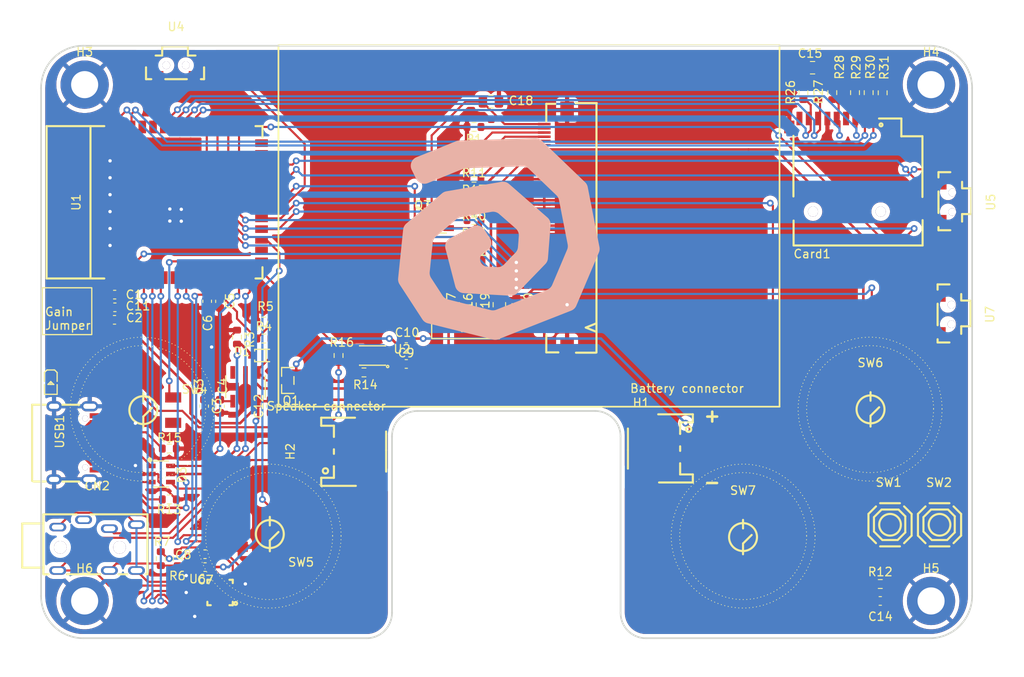
<source format=kicad_pcb>
(kicad_pcb (version 20221018) (generator pcbnew)
  (layers (0 "F.Cu" signal "Front") (31 "B.Cu" signal "Back") (34 "B.Paste" user) (35 "F.Paste" user) (36 "B.SilkS" user "B.Silkscreen") (37 "F.SilkS" user "F.Silkscreen") (38 "B.Mask" user) (39 "F.Mask" user) (44 "Edge.Cuts" user))
  (net 0 "")
  (net 1 "+5V")
  (net 2 "+BATT")
  (net 3 "GND")
  (net 4 "+3.3V")
  (net 5 "LCD_BL")
  (net 6 "BAT_READ")
  (net 7 "JACK_DETECTION")
  (net 8 "EN")
  (net 9 "BOOT")
  (net 10 "BAT_CHARGING_STAT")
  (net 11 "GPIO_20")
  (net 12 "GPIO_19")
  (net 13 "SD_DAT_2")
  (net 14 "SD_DAT_3")
  (net 15 "SD_CMD")
  (net 16 "SD_CLK")
  (net 17 "SD_DAT_0")
  (net 18 "SD_DAT_1")
  (net 19 "Net-(J8-Pin_3)")
  (net 20 "Net-(J8-Pin_5)")
  (net 21 "Net-(J8-Pin_2)")
  (net 22 "Net-(J8-Pin_4)")
  (net 23 "Net-(J8-Pin_1)")
  (net 24 "I2S_DOUT")
  (net 25 "GAIN_CONTROL")
  (net 30 "I2S_LRCLK")
  (net 31 "I2S_BCLK")
  (net 32 "Net-(U6-OUTP)")
  (net 33 "Net-(CN2-Pad5)")
  (net 34 "Net-(USB1-DN1)")
  (net 35 "Net-(USB1-DP1)")
  (net 36 "Net-(USB1-CC2)")
  (net 37 "Net-(USB1-CC1)")
  (net 40 "Net-(U2-PROG)")
  (net 42 "Net-(J8-Pin_10)")
  (net 44 "Net-(CHARGE_LED1-K)")
  (net 50 "LCD_CS")
  (net 51 "LCD_SCK")
  (net 52 "LCD_DC")
  (net 54 "LCD_MOSI")
  (net 56 "BTN_1")
  (net 58 "BTN_2")
  (net 59 "BTN_3")
  (net 60 "BTN_4")
  (net 61 "BTN_5")
  (net 78 "Net-(CN2-Pad6)")
  (net 79 "Net-(Q3-G)")
  (net 80 "Net-(D1-K)")
  (net 81 "BTN_6")
  (net 82 "BTN_7")
  (net 84 "AMP_EN")
  (net 91 "Net-(U6-OUTN)")
  (footprint "Resistor_SMD:R_0603_1608Metric" (layer "F.Cu") (at 131 98)
    (fp_text reference "R14")
    (fp_text value "3k")
  )
  (footprint "easyeda2kicad:SOT-23-6_L2.9-W1.6-P0.95-LS2.8-BL" (layer "F.Cu") (at 107 110 -90)
    (fp_text reference "D3")
    (fp_text value "USBLC6-2SC6")
  )
  (footprint "easyeda2kicad:KEY-SMD_4P-L4.5-W4.5-P3.00-LS7.0" (layer "F.Cu") (at 190.839647 102.364513)
    (fp_text reference "SW6")
    (fp_text value "K2-1109SP-C4SA")
  )
  (footprint "easyeda2kicad:TDFN-8_L3.0-W2.0-P0.50-BL-EP1.6" (layer "F.Cu") (at 132 96 90)
    (fp_text reference "U2")
    (fp_text value "MCP73831-2ACI/MC")
  )
  (footprint "easyeda2kicad:SOT-23-3_L2.9-W1.3-P1.90-LS2.4-BR" (layer "F.Cu") (at 140 80)
    (fp_text reference "Q3")
    (fp_text value "DMG2301L-7")
  )
  (footprint "Resistor_SMD:R_0603_1608Metric" (layer "F.Cu") (at 184.662862 64.94808 90)
    (fp_text reference "R27")
    (fp_text value "10k")
  )
  (footprint "Resistor_SMD:R_0603_1608Metric" (layer "F.Cu") (at 116 93.825 90)
    (fp_text reference "R3")
    (fp_text value "10k")
  )
  (footprint "Resistor_SMD:R_0603_1608Metric" (layer "F.Cu") (at 192.283983 64.961529 90)
    (fp_text reference "R31")
    (fp_text value "10k")
  )
  (footprint "Capacitor_SMD:C_0805_2012Metric" (layer "F.Cu") (at 146 66 180)
    (fp_text reference "C18")
    (fp_text value "10uF")
  )
  (footprint "MountingHole:MountingHole_3.2mm_M3_ISO7380_Pad" (layer "F.Cu") (at 198 125)
    (fp_text reference "H5")
    (fp_text value "mhole")
  )
  (footprint "Capacitor_SMD:C_0805_2012Metric" (layer "F.Cu") (at 147 90 90)
    (fp_text reference "C19")
    (fp_text value "10uF")
  )
  (footprint "Resistor_SMD:R_0603_1608Metric" (layer "F.Cu") (at 144 69 180)
    (fp_text reference "R1")
    (fp_text value "10")
  )
  (footprint "Capacitor_SMD:C_0603_1608Metric" (layer "F.Cu") (at 112.221645 119.480338)
    (fp_text reference "C8")
    (fp_text value "0.1uF")
  )
  (footprint "MountingHole:MountingHole_3.2mm_M3_ISO7380_Pad" (layer "F.Cu") (at 98 125)
    (fp_text reference "H6")
    (fp_text value "mhole")
  )
  (footprint "Resistor_SMD:R_0603_1608Metric" (layer "F.Cu") (at 119.175 92)
    (fp_text reference "R5")
    (fp_text value "1M")
  )
  (footprint "Capacitor_SMD:C_0603_1608Metric" (layer "F.Cu") (at 101.572011 90.307432)
    (fp_text reference "C11")
    (fp_text value "1uF")
  )
  (footprint "Capacitor_SMD:C_0603_1608Metric" (layer "F.Cu") (at 112.120532 101.98449 90)
    (fp_text reference "C3")
    (fp_text value "10uF")
  )
  (footprint "Capacitor_SMD:C_0603_1608Metric" (layer "F.Cu") (at 101.529809 91.788611)
    (fp_text reference "C2")
    (fp_text value "10uF")
  )
  (footprint "Resistor_SMD:R_0603_1608Metric" (layer "F.Cu") (at 186.332101 64.942441 90)
    (fp_text reference "R28")
    (fp_text value "10k")
  )
  (footprint "Resistor_SMD:R_0603_1608Metric" (layer "F.Cu") (at 107 120 -90)
    (fp_text reference "R7")
    (fp_text value "100k")
  )
  (footprint "easyeda2kicad:SW-SMD_4P-L5.1-W5.1-P3.70-LS6.5-TL-2" (layer "F.Cu") (at 199 116 -90)
    (fp_text reference "SW2")
    (fp_text value "TS-1187A-B-A-B")
  )
  (footprint "Resistor_SMD:R_0603_1608Metric" (layer "F.Cu") (at 144 78)
    (fp_text reference "R40")
    (fp_text value "10k")
  )
  (footprint "easyeda2kicad:SW-SMD_4P-L5.1-W5.1-P3.70-LS6.5-TL-2" (layer "F.Cu") (at 193.153639 116 -90)
    (fp_text reference "SW1")
    (fp_text value "TS-1187A-B-A-B")
  )
  (footprint "easyeda2kicad:KEY-SMD_4P-L4.5-W4.5-P3.00-LS7.0" (layer "F.Cu") (at 175.774852 117.451737)
    (fp_text reference "SW7")
    (fp_text value "K2-1109SP-C4SA")
  )
  (footprint "easyeda2kicad:KEY-SMD_4P-L7.8-W2.8-P4.20-EH" (layer "F.Cu") (at 200.144542 77.890493 -90)
    (fp_text reference "U5")
    (fp_text value "GT-TC054C-H035-L1W")
  )
  (footprint "Resistor_SMD:R_0603_1608Metric" (layer "F.Cu") (at 144 75 180)
    (fp_text reference "R17")
    (fp_text value "10")
  )
  (footprint "easyeda2kicad:CONN-SMD_2P-P2.00_XUNPU_WAFER-PH2.0-2PWB" (layer "F.Cu") (at 129.15 107.35 90)
    (fp_text reference "H2")
    (fp_text value "Speaker connector")
  )
  (footprint "easyeda2kicad:WIFIM-SMD_ESP32-S3-WROOM-1-N8" (layer "F.Cu") (at 109.95 77.9 90)
    (fp_text reference "U1")
    (fp_text value "ESP32-S3-WROOM-1-N8")
  )
  (footprint "Resistor_SMD:R_0603_1608Metric" (layer "F.Cu") (at 108 107)
    (fp_text reference "R15")
    (fp_text value "5.1k")
  )
  (footprint "Resistor_SMD:R_0603_1608Metric" (layer "F.Cu") (at 119.175 94)
    (fp_text reference "R4")
    (fp_text value "1M")
  )
  (footprint "Capacitor_SMD:C_0603_1608Metric" (layer "F.Cu") (at 149 90 -90)
    (fp_text reference "C20")
    (fp_text value "100nF")
  )
  (footprint "easyeda2kicad:LED0603-RD" (layer "F.Cu") (at 94 99.2 -90)
    (fp_text reference "CHARGE_LED1" hide)
    (fp_text value "KT-0603R")
  )
  (footprint "easyeda2kicad:KEY-SMD_4P-L4.5-W4.5-P3.00-LS7.0" (layer "F.Cu") (at 104.919366 102.454523)
    (fp_text reference "SW4")
    (fp_text value "K2-1109SP-C4SA")
  )
  (footprint "easyeda2kicad:SOT-89-5_L4.5-W2.5-P1.50-LS4.5-BR" (layer "F.Cu") (at 117 99.7 90)
    (fp_text reference "U3")
    (fp_text value "ME6217C33P5G")
  )
  (footprint "Capacitor_SMD:C_0805_2012Metric" (layer "F.Cu") (at 143 90 90)
    (fp_text reference "C17")
    (fp_text value "10uF")
  )
  (footprint "easyeda2kicad:SOD-323_L1.8-W1.3-LS2.5-RD" (layer "F.Cu") (at 119 96 180)
    (fp_text reference "D1")
    (fp_text value "1N5819WS")
  )
  (footprint "Capacitor_SMD:C_0603_1608Metric" (layer "F.Cu") (at 136 95)
    (fp_text reference "C10")
    (fp_text value "4.7uF")
  )
  (footprint "Capacitor_SMD:C_0603_1608Metric" (layer "F.Cu") (at 136 97)
    (fp_text reference "C9")
    (fp_text value "4.7uF")
  )
  (footprint "Capacitor_SMD:C_0603_1608Metric" (layer "F.Cu") (at 120 102 90)
    (fp_text reference "C12")
    (fp_text value "10uf")
  )
  (footprint "Resistor_SMD:R_0603_1608Metric" (layer "F.Cu") (at 189.016006 64.945674 90)
    (fp_text reference "R29")
    (fp_text value "10k")
  )
  (footprint "easyeda2kicad:KEY-SMD_4P-L7.8-W2.8-P4.20-EH" (layer "F.Cu") (at 200.042725 91.151131 -90)
    (fp_text reference "U7")
    (fp_text value "GT-TC054C-H035-L1W")
  )
  (footprint "MountingHole:MountingHole_3.2mm_M3_ISO7380_Pad" (layer "F.Cu") (at 98 64)
    (fp_text reference "H3")
    (fp_text value "mhole")
  )
  (footprint "Resistor_SMD:R_0603_1608Metric" (layer "F.Cu") (at 192 123)
    (fp_text reference "R12")
    (fp_text value "10k")
  )
  (footprint "easyeda2kicad:USB-C-SMD_TYPE-C-6PIN-2MD-073" (layer "F.Cu") (at 96.764549 106.32 -90)
    (fp_text reference "USB1")
    (fp_text value "TYPE-C 16PIN 2MD(073)")
  )
  (footprint "Capacitor_SMD:C_0603_1608Metric" (layer "F.Cu") (at 112.225 121)
    (fp_text reference "C7")
    (fp_text value "10uF")
  )
  (footprint "easyeda2kicad:FPC-SMD_AFC01-S50FCC-00" (layer "F.Cu") (at 153.61 80.95 90)
    (fp_text reference "J8")
    (fp_text value "Conn_01x50")
  )
  (footprint "Resistor_SMD:R_0603_1608Metric" (layer "F.Cu") (at 144 71 180)
    (fp_text reference "R2")
    (fp_text value "10")
  )
  (footprint "Resistor_SMD:R_0603_1608Metric" (layer "F.Cu") (at 128 96 90)
    (fp_text reference "R16")
    (fp_text value "2K2")
  )
  (footprint "Resistor_SMD:R_0603_1608Metric" (layer "F.Cu") (at 190.630218 64.946894 90)
    (fp_text reference "R30")
    (fp_text value "10k")
  )
  (footprint "easyeda2kicad:CONN-SMD_2P-P2.00_XUNPU_WAFER-PH2.0-2PWB" (layer "F.Cu") (at 166.65539 107 -90)
    (fp_text reference "H1")
    (fp_text value "Battery connector")
  )
  (footprint "Capacitor_SMD:C_0603_1608Metric" (layer "F.Cu") (at 112.476266 89.591737 90)
    (fp_text reference "C6")
    (fp_text value "0.1uF")
  )
  (footprint "MountingHole:MountingHole_3.2mm_M3_ISO7380_Pad" (layer "F.Cu") (at 198 64)
    (fp_text reference "H4")
    (fp_text value "mhole")
  )
  (footprint "easyeda2kicad:KEY-SMD_4P-L4.5-W4.5-P3.00-LS7.0" (layer "F.Cu") (at 119.868795 117.097111)
    (fp_text reference "SW5")
    (fp_text value "K2-1109SP-C4SA")
  )
  (footprint "easyeda2kicad:SOT-23-3_L2.9-W1.3-P1.90-LS2.4-BR" (layer "F.Cu") (at 122 98.95)
    (fp_text reference "Q1")
    (fp_text value "DMG2301L-7")
  )
  (footprint "easyeda2kicad:AUDIO-TH_ST-0322D00-071-1A2H" (layer "F.Cu") (at 99.474544 118.404078)
    (fp_text reference "CN2")
    (fp_text value "ST-0322D00-071-1A2H")
  )
  (footprint "Resistor_SMD:R_0603_1608Metric" (layer "F.Cu") (at 144 80 180)
    (fp_text reference "R33")
    (fp_text value "100k")
  )
  (footprint "Resistor_SMD:R_0603_1608Metric" (layer "F.Cu") (at 109 120 -90)
    (fp_text reference "R6")
    (fp_text value "100k")
  )
  (footprint "Resistor_SMD:R_0603_1608Metric" (layer "F.Cu") (at 182.918802 64.94808 90)
    (fp_text reference "R26")
    (fp_text value "10k")
  )
  (footprint "easyeda2kicad:TF-SMD_TF-PUSH" (layer "F.Cu") (at 189 73.3)
    (fp_text reference "Card1")
    (fp_text value "TF PUSH")
  )
  (footprint "Resistor_SMD:R_0603_1608Metric" (layer "F.Cu") (at 108 113)
    (fp_text reference "R13")
    (fp_text value "5.1k")
  )
  (footprint "Capacitor_SMD:C_0805_2012Metric" (layer "F.Cu") (at 145 90.05 90)
    (fp_text reference "C16")
    (fp_text value "10uF")
  )
  (footprint "Capacitor_SMD:C_0603_1608Metric" (layer "F.Cu") (at 192 125)
    (fp_text reference "C14")
    (fp_text value "1uf")
  )
  (footprint "Resistor_SMD:R_0603_1608Metric" (layer "F.Cu") (at 144 73 180)
    (fp_text reference "R11")
    (fp_text value "10")
  )
  (footprint "easyeda2kicad:TQFN-16_L3.0-W3.0-P0.50-BL-EP1.5" (layer "F.Cu") (at 114 124 90)
    (fp_text reference "U6")
    (fp_text value "MAX98357AETE+T")
  )
  (footprint "Capacitor_SMD:C_0603_1608Metric" (layer "F.Cu") (at 101.546834 88.809228)
    (fp_text reference "C1")
    (fp_text value "10uF")
  )
  (footprint "Resistor_SMD:R_0603_1608Metric" (layer "F.Cu") (at 144 82 180)
    (fp_text reference "R32")
    (fp_text value "330")
  )
  (footprint "Capacitor_SMD:C_0603_1608Metric" (layer "F.Cu") (at 113.991029 89.602424 90)
    (fp_text reference "C5")
    (fp_text value "100nF")
  )
  (footprint "Capacitor_SMD:C_0603_1608Metric" (layer "F.Cu") (at 114 102 90)
    (fp_text reference "C4")
    (fp_text value "10uf")
  )
  (footprint "easyeda2kicad:KEY-SMD_4P-L7.8-W2.8-P4.20-EH" (layer "F.Cu") (at 108.800786 62.08276)
    (fp_text reference "U4")
    (fp_text value "GT-TC054C-H035-L1W")
  )
  (footprint "Capacitor_SMD:C_0805_2012Metric" (layer "F.Cu") (at 184 62 180)
    (fp_text reference "C15")
    (fp_text value "10uF")
  )
  (gr_poly (pts (xy 151.237449 70.331576) (xy 142.269559 70.600023) (xy 142.245351 70.601016) (xy 142.221191 70.602545) (xy 142.197087 70.604607) (xy 142.173048 70.607201) (xy 142.149083 70.610324) (xy 142.125201 70.613976) (xy 142.101411 70.618153) (xy 142.07772 70.622855) (xy 142.054138 70.628079) (xy 142.030674 70.633823) (xy 142.007336 70.640087) (xy 141.984133 70.646867) (xy 141.961074 70.654162) (xy 141.938167 70.661971) (xy 141.915421 70.670291) (xy 141.892846 70.679121) (xy 137.211149 72.571072) (xy 137.156876 72.594699) (xy 137.10456 72.620861) (xy 137.054238 72.649455) (xy 137.005953 72.680377) (xy 136.959742 72.713521) (xy 136.915646 72.748784) (xy 136.873706 72.786061) (xy 136.833959 72.825248) (xy 136.796447 72.86624) (xy 136.761209 72.908934) (xy 136.728285 72.953224) (xy 136.697715 72.999006) (xy 136.669537 73.046176) (xy 136.643793 73.09463) (xy 136.620522 73.144262) (xy 136.599764 73.19497) (xy 136.581557 73.246647) (xy 136.565943 73.299191) (xy 136.552961 73.352496) (xy 136.542651 73.406458) (xy 136.535052 73.460973) (xy 136.530204 73.515937) (xy 136.528147 73.571244) (xy 136.528921 73.626791) (xy 136.532566 73.682473) (xy 136.539121 73.738186) (xy 136.548626 73.793826) (xy 136.56112 73.849288) (xy 136.576645 73.904467) (xy 136.595238 73.959259) (xy 136.616941 74.013561) (xy 136.641793 74.067267) (xy 137.155428 75.104508) (xy 137.180206 75.151649) (xy 137.206966 75.19711) (xy 137.235631 75.240861) (xy 137.266122 75.282873) (xy 137.29836 75.323116) (xy 137.332269 75.361559) (xy 137.367768 75.398174) (xy 137.404781 75.432931) (xy 137.443229 75.465799) (xy 137.483033 75.49675) (xy 137.524116 75.525753) (xy 137.566399 75.552778) (xy 137.609804 75.577797) (xy 137.654253 75.600778) (xy 137.699667 75.621693) (xy 137.745969 75.640512) (xy 137.793079 75.657205) (xy 137.84092 75.671741) (xy 137.889414 75.684093) (xy 137.938482 75.694229) (xy 137.988047 75.702119) (xy 138.038029 75.707736) (xy 138.08835 75.711047) (xy 138.138933 75.712024) (xy 138.189699 75.710638) (xy 138.24057 75.706857) (xy 138.291468 75.700653) (xy 138.342314 75.691996) (xy 138.39303 75.680856) (xy 138.443538 75.667203) (xy 138.49376 75.651008) (xy 138.543618 75.63224) (xy 142.726759 73.941767) (xy 142.749321 73.932937) (xy 142.772054 73.924617) (xy 142.794951 73.916808) (xy 142.818001 73.909512) (xy 142.841196 73.902732) (xy 142.864527 73.896468) (xy 142.887986 73.890723) (xy 142.911564 73.885499) (xy 142.935251 73.880798) (xy 142.95904 73.876621) (xy 142.98292 73.87297) (xy 143.006884 73.869847) (xy 143.030922 73.867253) (xy 143.055026 73.865191) (xy 143.079186 73.863663) (xy 143.103395 73.86267) (xy 149.715171 73.664757) (xy 149.770016 73.66449) (xy 149.824561 73.666959) (xy 149.878715 73.672126) (xy 149.932381 73.679957) (xy 149.985468 73.690414) (xy 150.037879 73.703462) (xy 150.089523 73.719065) (xy 150.140304 73.737186) (xy 150.190129 73.75779) (xy 150.238904 73.78084) (xy 150.286535 73.8063) (xy 150.332927 73.834135) (xy 150.377988 73.864307) (xy 150.421623 73.896782) (xy 150.463738 73.931523) (xy 150.504239 73.968493) (xy 153.729031 77.063522) (xy 153.758827 77.093244) (xy 153.787382 77.124009) (xy 153.814674 77.155777) (xy 153.84068 77.188508) (xy 153.865379 77.22216) (xy 153.888748 77.256695) (xy 153.910765 77.292071) (xy 153.931409 77.328248) (xy 153.950657 77.365186) (xy 153.968488 77.402844) (xy 153.984879 77.441181) (xy 153.999808 77.480159) (xy 154.013253 77.519736) (xy 154.025193 77.559871) (xy 154.035605 77.600525) (xy 154.044467 77.641658) (xy 155.065499 82.868129) (xy 155.072563 82.908246) (xy 155.078112 82.9485) (xy 155.08215 82.988849) (xy 155.084683 83.029252) (xy 155.085714 83.069667) (xy 155.085248 83.110053) (xy 155.083288 83.150368) (xy 155.07984 83.19057) (xy 155.074908 83.230617) (xy 155.068495 83.270468) (xy 155.060607 83.310082) (xy 155.051247 83.349416) (xy 155.040421 83.38843) (xy 155.028131 83.427081) (xy 155.014383 83.465328) (xy 154.999181 83.503128) (xy 153.243645 87.643884) (xy 153.220962 87.693846) (xy 153.195914 87.742392) (xy 153.168573 87.789453) (xy 153.139012 87.834957) (xy 153.107301 87.878834) (xy 153.073515 87.921014) (xy 153.037723 87.961426) (xy 153 88) (xy 152.960417 88.036665) (xy 152.919046 88.071351) (xy 152.87596 88.103987) (xy 152.831231 88.134503) (xy 152.78493 88.162829) (xy 152.73713 88.188893) (xy 152.687904 88.212626) (xy 152.637323 88.233957) (xy 146.629944 90.59219) (xy 146.590109 90.606932) (xy 146.549841 90.620083) (xy 146.509186 90.631639) (xy 146.468192 90.641598) (xy 146.426905 90.649955) (xy 146.385373 90.656709) (xy 146.343642 90.661856) (xy 146.301759 90.665393) (xy 146.259771 90.667317) (xy 146.217724 90.667625) (xy 146.175666 90.666314) (xy 146.133644 90.663381) (xy 146.091704 90.658823) (xy 146.049893 90.652637) (xy 146.008258 90.644819) (xy 145.966847 90.635368) (xy 140.941774 89.384974) (xy 140.89194 89.37132) (xy 140.843 89.355393) (xy 140.795023 89.337242) (xy 140.748078 89.316916) (xy 140.702235 89.294465) (xy 140.657561 89.269936) (xy 140.614125 89.243379) (xy 140.571996 89.214844) (xy 140.531243 89.184378) (xy 140.491934 89.152031) (xy 140.454139 89.117852) (xy 140.417925 89.08189) (xy 140.383362 89.044193) (xy 140.350518 89.004811) (xy 140.319463 88.963792) (xy 140.290264 88.921186) (xy 138.937874 86.844418) (xy 138.913226 86.804725) (xy 138.890369 86.764147) (xy 138.869319 86.722746) (xy 138.85009 86.680582) (xy 138.832697 86.637717) (xy 138.817155 86.59421) (xy 138.803479 86.550123) (xy 138.791684 86.505517) (xy 138.781785 86.460453) (xy 138.773796 86.41499) (xy 138.767732 86.369191) (xy 138.76361 86.323115) (xy 138.761442 86.276824) (xy 138.761244 86.230378) (xy 138.763032 86.183839) (xy 138.766819 86.137266) (xy 139.12361 82.673104) (xy 139.130281 82.620764) (xy 139.139431 82.56902) (xy 139.151018 82.517949) (xy 139.165001 82.467633) (xy 139.181337 82.418151) (xy 139.199986 82.369583) (xy 139.220905 82.322007) (xy 139.244052 82.275505) (xy 139.269386 82.230155) (xy 139.296866 82.186037) (xy 139.326448 82.143231) (xy 139.358093 82.101816) (xy 139.391757 82.061872) (xy 139.427399 82.02348) (xy 139.464978 81.986717) (xy 139.504451 81.951664) (xy 141.937772 79.893312) (xy 141.965989 79.870233) (xy 141.994901 79.848152) (xy 142.02448 79.827082) (xy 142.054701 79.807035) (xy 142.085535 79.788024) (xy 142.116957 79.770062) (xy 142.148938 79.753159) (xy 142.181452 79.73733) (xy 142.214473 79.722587) (xy 142.247972 79.708941) (xy 142.281924 79.696406) (xy 142.316301 79.684994) (xy 142.351075 79.674717) (xy 142.386221 79.665587) (xy 142.421711 79.657618) (xy 142.457519 79.650822) (xy 146.066542 79.028124) (xy 146.127439 79.019375) (xy 146.188389 79.014084) (xy 146.249255 79.012216) (xy 146.309902 79.013731) (xy 146.370194 79.018591) (xy 146.429995 79.02676) (xy 146.489171 79.038199) (xy 146.547584 79.05287) (xy 146.6051 79.070735) (xy 146.661582 79.091757) (xy 146.716895 79.115896) (xy 146.770904 79.143117) (xy 146.823473 79.17338) (xy 146.874465 79.206648) (xy 146.923745 79.242882) (xy 146.971179 79.282046) (xy 148.926819 80.991148) (xy 148.974098 81.034986) (xy 149.018439 81.081242) (xy 149.059781 81.129767) (xy 149.098065 81.180409) (xy 149.133228 81.23302) (xy 149.16521 81.28745) (xy 149.19395 81.34355) (xy 149.219386 81.401169) (xy 149.241458 81.460159) (xy 149.260104 81.520369) (xy 149.275263 81.58165) (xy 149.286875 81.643852) (xy 149.294879 81.706826) (xy 149.299213 81.770422) (xy 149.299816 81.83449) (xy 149.296627 81.898881) (xy 149.194789 83.1869) (xy 149.190036 83.234044) (xy 149.183265 83.280782) (xy 149.174504 83.327055) (xy 149.163779 83.372802) (xy 149.151117 83.417965) (xy 149.136546 83.462483) (xy 149.120092 83.506296) (xy 149.101782 83.549345) (xy 149.081644 83.591569) (xy 149.059703 83.63291) (xy 149.035988 83.673307) (xy 149.010526 83.712701) (xy 148.983342 83.751032) (xy 148.954465 83.788239) (xy 148.92392 83.824264) (xy 148.891736 83.859047) (xy 147.570142 85.227311) (xy 147.527782 85.268837) (xy 147.483469 85.307806) (xy 147.437321 85.344174) (xy 147.389455 85.377893) (xy 147.339989 85.408918) (xy 147.289041 85.437201) (xy 147.236729 85.462697) (xy 147.183169 85.48536) (xy 147.128481 85.505143) (xy 147.07278 85.522) (xy 147.016186 85.535884) (xy 146.958816 85.546749) (xy 146.900787 85.55455) (xy 146.842217 85.559239) (xy 146.783225 85.560771) (xy 146.723926 85.5591) (xy 145.54727 85.493852) (xy 145.51165 85.491155) (xy 145.476398 85.487053) (xy 145.407121 85.474737) (xy 145.339689 85.457109) (xy 145.274353 85.434373) (xy 145.211362 85.406734) (xy 145.150966 85.374395) (xy 145.093416 85.337562) (xy 145.038962 85.296438) (xy 144.987854 85.251228) (xy 144.940342 85.202136) (xy 144.896676 85.149366) (xy 144.857106 85.093123) (xy 144.821882 85.033611) (xy 144.791255 84.971034) (xy 144.765474 84.905596) (xy 144.754479 84.871869) (xy 144.744789 84.837502) (xy 144.735977 84.800448) (xy 144.728817 84.763329) (xy 144.719373 84.689068) (xy 144.716301 84.615076) (xy 144.719444 84.541705) (xy 144.728646 84.46931) (xy 144.743751 84.398246) (xy 144.764603 84.328867) (xy 144.791045 84.261527) (xy 144.822921 84.19658) (xy 144.860075 84.134381) (xy 144.902351 84.075284) (xy 144.949592 84.019643) (xy 145.001641 83.967812) (xy 145.058344 83.920147) (xy 145.119543 83.877) (xy 145.15178 83.857232) (xy 145.185082 83.838726) (xy 145.465196 83.690771) (xy 145.517221 83.661487) (xy 145.566998 83.629844) (xy 145.614498 83.595955) (xy 145.659693 83.559929) (xy 145.702554 83.521877) (xy 145.743051 83.48191) (xy 145.781156 83.440139) (xy 145.81684 83.396673) (xy 145.850074 83.351624) (xy 145.88083 83.305102) (xy 145.909078 83.257217) (xy 145.934789 83.208081) (xy 145.957936 83.157803) (xy 145.978488 83.106495) (xy 145.996417 83.054268) (xy 146.011694 83.00123) (xy 146.02429 82.947494) (xy 146.034177 82.89317) (xy 146.041325 82.838368) (xy 146.045706 82.783199) (xy 146.04729 82.727774) (xy 146.04605 82.672202) (xy 146.041956 82.616596) (xy 146.034978 82.561065) (xy 146.025089 82.50572) (xy 146.01226 82.450671) (xy 145.996461 82.396029) (xy 145.977664 82.341905) (xy 145.955839 82.28841) (xy 145.930959 82.235653) (xy 145.902994 82.183746) (xy 145.871915 82.132799) (xy 145.226993 81.136325) (xy 145.197279 81.092724) (xy 145.165814 81.05098) (xy 145.132679 81.011112) (xy 145.097953 80.973143) (xy 145.061713 80.937091) (xy 145.024039 80.902978) (xy 144.98501 80.870825) (xy 144.944705 80.840652) (xy 144.903203 80.812479) (xy 144.860583 80.786328) (xy 144.816923 80.762218) (xy 144.772304 80.740172) (xy 144.726803 80.720208) (xy 144.680499 80.702348) (xy 144.633472 80.686613) (xy 144.585801 80.673023) (xy 144.537564 80.661598) (xy 144.48884 80.65236) (xy 144.439709 80.645328) (xy 144.390249 80.640525) (xy 144.34054 80.637969) (xy 144.290659 80.637682) (xy 144.240687 80.639685) (xy 144.190702 80.643998) (xy 144.140783 80.650641) (xy 144.091009 80.659635) (xy 144.041459 80.671002) (xy 143.992211 80.684761) (xy 143.943346 80.700933) (xy 143.894941 80.719539) (xy 143.847077 80.7406) (xy 143.79983 80.764135) (xy 141.17736 82.14907) (xy 141.136014 82.172055) (xy 141.095991 82.196607) (xy 141.057316 82.222671) (xy 141.020013 82.250193) (xy 140.984105 82.279117) (xy 140.949618 82.309388) (xy 140.916574 82.340951) (xy 140.884999 82.373752) (xy 140.854917 82.407736) (xy 140.826352 82.442846) (xy 140.799328 82.479029) (xy 140.773869 82.51623) (xy 140.75 82.554393) (xy 140.727744 82.593463) (xy 140.707127 82.633386) (xy 140.688171 82.674106) (xy 140.670902 82.715569) (xy 140.655344 82.75772) (xy 140.641521 82.800503) (xy 140.629456 82.843863) (xy 140.619175 82.887746) (xy 140.610702 82.932097) (xy 140.60406 82.97686) (xy 140.599274 83.021981) (xy 140.596368 83.067405) (xy 140.595366 83.113076) (xy 140.596293 83.15894) (xy 140.599173 83.204941) (xy 140.60403 83.251026) (xy 140.610888 83.297138) (xy 140.619771 83.343223) (xy 140.630704 83.389225) (xy 141.784181 87.817555) (xy 141.796218 87.860225) (xy 141.809876 87.902103) (xy 141.825115 87.943155) (xy 141.841896 87.983351) (xy 141.860181 88.022659) (xy 141.879931 88.061047) (xy 141.901108 88.098483) (xy 141.923672 88.134936) (xy 141.947584 88.170374) (xy 141.972806 88.204766) (xy 141.9993 88.238079) (xy 142.027025 88.270282) (xy 142.055945 88.301343) (xy 142.086018 88.331231) (xy 142.117208 88.359914) (xy 142.149475 88.38736) (xy 142.18278 88.413538) (xy 142.217085 88.438415) (xy 142.25235 88.46196) (xy 142.288537 88.484142) (xy 142.325608 88.504928) (xy 142.363523 88.524287) (xy 142.402243 88.542188) (xy 142.44173 88.558598) (xy 142.481946 88.573486) (xy 142.52285 88.58682) (xy 142.564405 88.598569) (xy 142.606571 88.608701) (xy 142.64931 88.617183) (xy 142.692583 88.623985) (xy 142.736352 88.629075) (xy 142.780577 88.63242) (xy 148.287851 88.937776) (xy 148.347149 88.939449) (xy 148.406142 88.937919) (xy 148.464712 88.933233) (xy 148.52274 88.925437) (xy 148.580109 88.914576) (xy 148.636702 88.900697) (xy 148.6924 88.883845) (xy 148.747085 88.864067) (xy 148.80064 88.841407) (xy 148.852947 88.815913) (xy 148.903889 88.78763) (xy 148.953347 88.756604) (xy 149.001204 88.722881) (xy 149.047341 88.686507) (xy 149.091642 88.647527) (xy 149.133988 88.605989) (xy 152.433258 85.190482) (xy 152.465436 85.155686) (xy 152.495974 85.119649) (xy 152.524846 85.082431) (xy 152.552024 85.044092) (xy 152.577481 85.004692) (xy 152.601191 84.96429) (xy 152.623127 84.922947) (xy 152.643261 84.880721) (xy 152.661568 84.837673) (xy 152.67802 84.793863) (xy 152.692591 84.74935) (xy 152.705253 84.704194) (xy 152.715979 84.658454) (xy 152.724744 84.612191) (xy 152.73152 84.565464) (xy 152.736279 84.518334) (xy 153.045834 80.60348) (xy 153.049019 80.539104) (xy 153.048413 80.475048) (xy 153.044077 80.411463) (xy 153.036072 80.348498) (xy 153.024459 80.286304) (xy 153.009298 80.225029) (xy 152.990651 80.164824) (xy 152.968579 80.105839) (xy 152.943143 80.048223) (xy 152.914402 79.992126) (xy 152.882419 79.937697) (xy 152.847254 79.885087) (xy 152.808969 79.834446) (xy 152.767623 79.785922) (xy 152.723277 79.739666) (xy 152.675994 79.695828) (xy 148.143388 75.734578) (xy 148.095955 75.695416) (xy 148.046675 75.659182) (xy 147.995682 75.625914) (xy 147.943114 75.595651) (xy 147.889105 75.56843) (xy 147.833792 75.544289) (xy 147.777309 75.523266) (xy 147.719794 75.5054) (xy 147.66138 75.490728) (xy 147.602205 75.479288) (xy 147.542404 75.471119) (xy 147.482111 75.466258) (xy 147.421465 75.464744) (xy 147.360598 75.466613) (xy 147.299649 75.471906) (xy 147.238751 75.480658) (xy 140.740241 76.601933) (xy 140.704433 76.608728) (xy 140.66894 76.616697) (xy 140.633791 76.625827) (xy 140.599012 76.636105) (xy 140.564631 76.647519) (xy 140.530674 76.660055) (xy 140.49717 76.673701) (xy 140.464145 76.688444) (xy 140.431628 76.704273) (xy 140.399645 76.721173) (xy 140.368223 76.739133) (xy 140.33739 76.758139) (xy 140.307174 76.778179) (xy 140.277601 76.79924) (xy 140.248699 76.82131) (xy 140.220495 76.844376) (xy 136.010444 80.405678) (xy 135.97097 80.440729) (xy 135.933392 80.477489) (xy 135.89775 80.515879) (xy 135.864085 80.555818) (xy 135.832441 80.597228) (xy 135.802859 80.640029) (xy 135.775379 80.684142) (xy 135.750045 80.729488) (xy 135.726898 80.775987) (xy 135.705979 80.823561) (xy 135.68733 80.872129) (xy 135.670994 80.921613) (xy 135.657011 80.971933) (xy 135.645424 81.02301) (xy 135.636274 81.074764) (xy 135.629603 81.127117) (xy 135.036195 86.889027) (xy 135.032408 86.935587) (xy 135.03062 86.982116) (xy 135.030818 87.028555) (xy 135.032986 87.074842) (xy 135.037108 87.120916) (xy 135.043172 87.166716) (xy 135.05116 87.21218) (xy 135.06106 87.257248) (xy 135.072855 87.301859) (xy 135.08653 87.34595) (xy 135.102072 87.389462) (xy 135.119465 87.432333) (xy 135.138694 87.474501) (xy 135.159744 87.515906) (xy 135.182601 87.556486) (xy 135.207249 87.596181) (xy 137.902664 91.735268) (xy 137.931863 91.777874) (xy 137.962919 91.818893) (xy 137.995762 91.858275) (xy 138.030324 91.895972) (xy 138.066537 91.931934) (xy 138.104331 91.966113) (xy 138.143637 91.99846) (xy 138.184386 92.028926) (xy 138.226511 92.057462) (xy 138.269942 92.084018) (xy 138.314609 92.108547) (xy 138.360445 92.130998) (xy 138.40738 92.151324) (xy 138.455346 92.169475) (xy 138.504274 92.185402) (xy 138.554095 92.199056) (xy 146.238864 94.111278) (xy 146.280263 94.120728) (xy 146.321888 94.128543) (xy 146.363692 94.134725) (xy 146.405629 94.139278) (xy 146.447649 94.142205) (xy 146.489708 94.143509) (xy 146.531756 94.143194) (xy 146.573748 94.141262) (xy 146.615635 94.137718) (xy 146.657371 94.132564) (xy 146.698908 94.125804) (xy 146.7402 94.11744) (xy 146.781198 94.107477) (xy 146.821856 94.095917) (xy 146.862127 94.082764) (xy 146.901963 94.068021) (xy 155.487941 90.697598) (xy 155.538522 90.676268) (xy 155.587748 90.652537) (xy 155.635548 90.626476) (xy 155.681848 90.598155) (xy 155.726578 90.567644) (xy 155.769664 90.535013) (xy 155.811035 90.500331) (xy 155.850618 90.46367) (xy 155.888341 90.4251) (xy 155.924132 90.384689) (xy 155.957919 90.34251) (xy 155.98963 90.298631) (xy 156.019191 90.253123) (xy 156.046532 90.206055) (xy 156.07158 90.157499) (xy 156.094263 90.107524) (xy 158.756422 83.828407) (xy 158.771623 83.790606) (xy 158.785371 83.752359) (xy 158.79766 83.713708) (xy 158.808486 83.674694) (xy 158.817846 83.635358) (xy 158.825734 83.595742) (xy 158.832146 83.555889) (xy 158.837079 83.515838) (xy 158.840527 83.475632) (xy 158.842486 83.435312) (xy 158.842953 83.39492) (xy 158.841921 83.354497) (xy 158.839389 83.314084) (xy 158.83535 83.273724) (xy 158.829801 83.233458) (xy 158.822737 83.193327) (xy 157.437827 76.104268) (xy 157.428965 76.063135) (xy 157.418553 76.022481) (xy 157.406613 75.982345) (xy 157.393167 75.942768) (xy 157.378237 75.903789) (xy 157.361846 75.865451) (xy 157.344014 75.827792) (xy 157.324765 75.790854) (xy 157.304121 75.754676) (xy 157.282103 75.719299) (xy 157.258733 75.684764) (xy 157.234034 75.651111) (xy 157.208027 75.61838) (xy 157.180735 75.586611) (xy 157.15218 75.555846) (xy 157.122383 75.526124) (xy 152.02658 70.635313) (xy 151.986075 70.598344) (xy 151.943956 70.563604) (xy 151.900319 70.53113) (xy 151.855255 70.500957) (xy 151.80886 70.473123) (xy 151.761227 70.447663) (xy 151.71245 70.424613) (xy 151.662623 70.404009) (xy 151.611839 70.385887) (xy 151.560192 70.370284) (xy 151.507776 70.357236) (xy 151.454686 70.346778) (xy 151.401014 70.338947) (xy 151.346855 70.333779) (xy 151.292302 70.33131)) (fill solid) (layer "B.SilkS"))
  (gr_line (start 180.097921 59.346565) (end 180.097921 102.046565) (stroke (width 0.2)) (layer "F.SilkS"))
  (gr_line (start 180.097921 102.046565) (end 120.897921 102.046565) (stroke (width 0.2)) (layer "F.SilkS"))
  (gr_circle (center 175.797921 117.336565) (end 184.297921 117.336565) (stroke (width 0.1) (type dot)) (fill none) (layer "F.SilkS"))
  (gr_rect (start 93 88) (end 98.843125 93.529534) (stroke (width 0.15)) (fill none) (layer "F.SilkS"))
  (gr_line (start 120.897921 59.346565) (end 180.097921 59.346565) (stroke (width 0.2)) (layer "F.SilkS"))
  (gr_line (start 120.897921 102.046565) (end 120.897921 59.346565) (stroke (width 0.2)) (layer "F.SilkS"))
  (gr_circle (center 104.797921 102.336565) (end 112.297921 102.336565) (stroke (width 0.1) (type dot)) (fill none) (layer "F.SilkS"))
  (gr_circle (center 119.797921 117.336565) (end 127.297921 117.336565) (stroke (width 0.1) (type dot)) (fill none) (layer "F.SilkS"))
  (gr_circle (center 104.797921 102.336565) (end 113.297921 102.336565) (stroke (width 0.1) (type dot)) (fill none) (layer "F.SilkS"))
  (gr_circle (center 175.797921 117.336565) (end 183.297921 117.336565) (stroke (width 0.1) (type dot)) (fill none) (layer "F.SilkS"))
  (gr_circle (center 190.797921 102.336565) (end 198.297921 102.336565) (stroke (width 0.1) (type dot)) (fill none) (layer "F.SilkS"))
  (gr_circle (center 190.797921 102.336565) (end 199.297921 102.336565) (stroke (width 0.1) (type dot)) (fill none) (layer "F.SilkS"))
  (gr_circle (center 119.797921 117.336565) (end 128.297921 117.336565) (stroke (width 0.1) (type dot)) (fill none) (layer "F.SilkS"))
  (gr_rect (start 139 91) (end 147 94) (stroke (width 0.1524)) (fill none) (layer "F.SilkS"))
  (gr_line (start 134.313025 126.403429) (end 134.313025 105.55587) (stroke (width 0.2)) (layer "Edge.Cuts"))
  (gr_line (start 97.851297 129.403429) (end 131.313025 129.403429) (stroke (width 0.2)) (layer "Edge.Cuts"))
  (gr_arc (start 134.313025 105.55587) (mid 135.191705 103.434551) (end 137.313025 102.555871) (stroke (width 0.2)) (layer "Edge.Cuts"))
  (gr_arc (start 158.318052 102.55587) (mid 160.439373 103.434549) (end 161.318052 105.55587) (stroke (width 0.2)) (layer "Edge.Cuts"))
  (gr_line (start 197.851297 59.403429) (end 97.851297 59.403429) (stroke (width 0.2)) (layer "Edge.Cuts"))
  (gr_line (start 164.318052 129.403429) (end 197.851297 129.403429) (stroke (width 0.2)) (layer "Edge.Cuts"))
  (gr_line (start 92.851297 64.403429) (end 92.851297 124.403429) (stroke (width 0.2)) (layer "Edge.Cuts"))
  (gr_arc (start 202.851297 124.403429) (mid 201.386831 127.938963) (end 197.851297 129.403429) (stroke (width 0.2)) (layer "Edge.Cuts"))
  (gr_arc (start 92.851297 64.403429) (mid 94.315771 60.86791) (end 97.851297 59.403429) (stroke (width 0.2)) (layer "Edge.Cuts"))
  (gr_arc (start 134.313025 126.403429) (mid 133.434346 128.524751) (end 131.313025 129.403429) (stroke (width 0.2)) (layer "Edge.Cuts"))
  (gr_line (start 137.313025 102.55587) (end 158.318052 102.55587) (stroke (width 0.2)) (layer "Edge.Cuts"))
  (gr_arc (start 197.851297 59.403429) (mid 201.386831 60.867895) (end 202.851297 64.403429) (stroke (width 0.2)) (layer "Edge.Cuts"))
  (gr_line (start 161.318052 105.55587) (end 161.318052 126.403429) (stroke (width 0.2)) (layer "Edge.Cuts"))
  (gr_arc (start 97.851297 129.403429) (mid 94.315764 127.938963) (end 92.851297 124.403429) (stroke (width 0.2)) (layer "Edge.Cuts"))
  (gr_line (start 202.851297 124.403429) (end 202.851297 64.403429) (stroke (width 0.2)) (layer "Edge.Cuts"))
  (gr_arc (start 164.318052 129.403429) (mid 162.196732 128.524749) (end 161.318052 126.403429) (stroke (width 0.2)) (layer "Edge.Cuts"))
  (gr_text "-" (at 170.986468 111.845008) (layer "F.SilkS") (effects (font (size 1.524 1.524) (thickness 0.3048) bold) (justify left bottom)))
  (gr_text "Power\nJumper\n" (at 142.321414 93.275225) (layer "F.SilkS") (effects (font (size 0.8128 0.8128) (thickness 0.1524) bold) (justify left bottom)))
  (gr_text "Gain\nJumper" (at 93.233031 93.035036) (layer "F.SilkS") (effects (font (size 1 1)) (justify left bottom)))
  (gr_text "+" (at 171 104) (layer "F.SilkS") (effects (font (size 1.524 1.524) (thickness 0.3048) bold) (justify left bottom)))
  (segment (start 116.48 94.65) (end 117.83 96) (width 0.3) (layer "F.Cu") (net 1))
  (segment (start 116 107) (end 113 110) (width 0.3) (layer "F.Cu") (net 1))
  (segment (start 97 105.519854) (end 98.599854 103.92) (width 0.3) (layer "F.Cu") (net 1))
  (segment (start 97 102.3) (end 94.7 100) (width 0.3) (layer "F.Cu") (net 1))
  (segment (start 97 105.519854) (end 97 102.3) (width 0.3) (layer "F.Cu") (net 1))
  (segment (start 116 94.65) (end 116.48 94.65) (width 0.3) (layer "F.Cu") (net 1))
  (segment (start 135.225 97) (end 133.75 97) (width 0.3) (layer "F.Cu") (net 1))
  (segment (start 105.691401 114) (end 100.411401 108.72) (width 0.3) (layer "F.Cu") (net 1))
  (segment (start 116 96) (end 116 94.65) (width 0.3) (layer "F.Cu") (net 1))
  (segment (start 134.475 96.25) (end 135.225 97) (width 0.3) (layer "F.Cu") (net 1))
  (segment (start 123 99.9) (end 132.325 99.9) (width 0.3) (layer "F.Cu") (net 1))
  (segment (start 110 114) (end 105.691401 114) (width 0.3) (layer "F.Cu") (net 1))
  (segment (start 110 111) (end 109 110) (width 0.3) (layer "F.Cu") (net 1))
  (segment (start 98.599854 103.92) (end 99.144549 103.92) (width 0.3) (layer "F.Cu") (net 1))
  (segment (start 132.325 99.9) (end 135.225 97) (width 0.3) (layer "F.Cu") (net 1))
  (segment (start 133.5 96.25) (end 134.475 96.25) (width 0.3) (layer "F.Cu") (net 1))
  (segment (start 118.9 99.9) (end 117.83 98.83) (width 0.3) (layer "F.Cu") (net 1))
  (segment (start 123 99.9) (end 118.9 99.9) (width 0.3) (layer "F.Cu") (net 1))
  (segment (start 97 107.120146) (end 97 105.519854) (width 0.3) (layer "F.Cu") (net 1))
  (segment (start 99.144549 108.72) (end 98.599854 108.72) (width 0.3) (layer "F.Cu") (net 1))
  (segment (start 117.83 98.83) (end 117.83 96) (width 0.3) (layer "F.Cu") (net 1))
  (segment (start 113 110) (end 108.15 110) (width 0.3) (layer "F.Cu") (net 1))
  (segment (start 109 110) (end 108.15 110) (width 0.3) (layer "F.Cu") (net 1))
  (segment (start 100.411401 108.72) (end 99.144549 108.72) (width 0.3) (layer "F.Cu") (net 1))
  (segment (start 94.7 100) (end 94 100) (width 0.3) (layer "F.Cu") (net 1))
  (segment (start 98.599854 108.72) (end 97 107.120146) (width 0.3) (layer "F.Cu") (net 1))
  (segment (start 133.75 97) (end 133.5 96.75) (width 0.3) (layer "F.Cu") (net 1))
  (via (at 110 111) (size 0.8) (drill 0.4) (layers "F.Cu" "B.Cu") (net 1))
  (via (at 116 96) (size 0.8) (drill 0.4) (layers "F.Cu" "B.Cu") (net 1))
  (via (at 116 107) (size 0.8) (drill 0.4) (layers "F.Cu" "B.Cu") (net 1))
  (via (at 110 114) (size 0.8) (drill 0.4) (layers "F.Cu" "B.Cu") (net 1))
  (segment (start 116 107) (end 116 96) (width 0.3) (layer "B.Cu") (net 1))
  (segment (start 110 114) (end 110 111) (width 0.3) (layer "B.Cu") (net 1))
  (segment (start 136.225 94) (end 138 94) (width 0.3) (layer "F.Cu") (net 2))
  (segment (start 169 104) (end 169.50539 104.50539) (width 0.3) (layer "F.Cu") (net 2))
  (segment (start 134 94) (end 134.225 94) (width 0.3) (layer "F.Cu") (net 2))
  (segment (start 134.975 95.25) (end 135.225 95) (width 0.3) (layer "F.Cu") (net 2))
  (segment (start 133.5 95.25) (end 134.975 95.25) (width 0.3) (layer "F.Cu") (net 2))
  (segment (start 123 97) (end 123 98) (width 0.3) (layer "F.Cu") (net 2))
  (segment (start 134.225 94) (end 135.225 95) (width 0.3) (layer "F.Cu") (net 2))
  (segment (start 135.225 95) (end 136.225 94) (width 0.3) (layer "F.Cu") (net 2))
  (segment (start 134.475 95.75) (end 135.225 95) (width 0.3) (layer "F.Cu") (net 2))
  (segment (start 169.50539 104.50539) (end 169.50539 106) (width 0.3) (layer "F.Cu") (net 2))
  (segment (start 133.5 95.75) (end 134.475 95.75) (width 0.3) (layer "F.Cu") (net 2))
  (via (at 169 104) (size 0.8) (drill 0.4) (layers "F.Cu" "B.Cu") (net 2))
  (via (at 123 97) (size 0.8) (drill 0.4) (layers "F.Cu" "B.Cu") (net 2))
  (via (at 134 94) (size 0.8) (drill 0.4) (layers "F.Cu" "B.Cu") (net 2))
  (via (at 138 94) (size 0.8) (drill 0.4) (layers "F.Cu" "B.Cu") (net 2))
  (segment (start 126 94) (end 123 97) (width 0.3) (layer "B.Cu") (net 2))
  (segment (start 159 94) (end 138 94) (width 0.3) (layer "B.Cu") (net 2))
  (segment (start 134 94) (end 126 94) (width 0.3) (layer "B.Cu") (net 2))
  (segment (start 169 104) (end 159 94) (width 0.3) (layer "B.Cu") (net 2))
  (segment (start 105.85 110) (end 105 110) (width 0.25) (layer "F.Cu") (net 3))
  (segment (start 116 93) (end 114 95) (width 0.25) (layer "F.Cu") (net 3))
  (segment (start 105 110) (end 104 109) (width 0.25) (layer "F.Cu") (net 3))
  (segment (start 154.657278 89.657278) (end 155 90) (width 0.25) (layer "F.Cu") (net 3))
  (segment (start 114.25 126.075) (end 114.25 125.5) (width 0.25) (layer "F.Cu") (net 3))
  (segment (start 152.300185 92.157278) (end 152.300185 92.657278) (width 0.25) (layer "F.Cu") (net 3))
  (segment (start 111.179434 127) (end 113.325 127) (width 0.25) (layer "F.Cu") (net 3))
  (segment (start 115.5 123.75) (end 116.225402 123.75) (width 0.25) (layer "F.Cu") (net 3))
  (segment (start 101.379366 103.954523) (end 103.954523 103.954523) (width 0.25) (layer "F.Cu") (net 3))
  (segment (start 106.71 110.885) (end 106.71 110.075) (width 0.25) (layer "F.Cu") (net 3))
  (segment (start 111.005407 126.825973) (end 111.179434 127) (width 0.25) (layer "F.Cu") (net 3))
  (segment (start 152.300185 89.657278) (end 154.657278 89.657278) (width 0.25) (layer "F.Cu") (net 3))
  (segment (start 106.71 110.075) (end 106.635 110) (width 0.25) (layer "F.Cu") (net 3))
  (segment (start 152.300185 92.657278) (end 152.300185 93.157278) (width 0.25) (layer "F.Cu") (net 3))
  (segment (start 113.325 127) (end 114.25 126.075) (width 0.25) (layer "F.Cu") (net 3))
  (segment (start 112.5 124.25) (end 110.25 124.25) (width 0.25) (layer "F.Cu") (net 3))
  (segment (start 110.25 124.25) (end 110 124) (width 0.25) (layer "F.Cu") (net 3))
  (segment (start 116.225402 123.75) (end 116.987701 122.987701) (width 0.25) (layer "F.Cu") (net 3))
  (segment (start 103.954523 103.954523) (end 104 104) (width 0.25) (layer "F.Cu") (net 3))
  (segment (start 114 95) (end 113 95) (width 0.25) (layer "F.Cu") (net 3))
  (segment (start 111 121) (end 110 122) (width 0.25) (layer "F.Cu") (net 3))
  (segment (start 111.45 121) (end 111 121) (width 0.25) (layer "F.Cu") (net 3))
  (segment (start 108.825 113) (end 106.71 110.885) (width 0.25) (layer "F.Cu") (net 3))
  (segment (start 106.635 110) (end 105.85 110) (width 0.25) (layer "F.Cu") (net 3))
  (via (at 101 73) (size 0.8) (drill 0.4) (layers "F.Cu" "B.Cu") (net 3))
  (via (at 101 81) (size 0.8) (drill 0.4) (layers "F.Cu" "B.Cu") (net 3))
  (via (at 109.417545 78.728755) (size 0.8) (drill 0.4) (layers "F.Cu" "B.Cu") (net 3))
  (via (at 113 95) (size 0.8) (drill 0.4) (layers "F.Cu" "B.Cu") (net 3))
  (via (at 116.987701 122.987701) (size 0.8) (drill 0.4) (layers "F.Cu" "B.Cu") (net 3))
  (via (at 109.417545 80.134022) (size 0.8) (drill 0.4) (layers "F.Cu" "B.Cu") (net 3))
  (via (at 101 79) (size 0.8) (drill 0.4) (layers "F.Cu" "B.Cu") (net 3))
  (via (at 110 122) (size 0.8) (drill 0.4) (layers "F.Cu" "B.Cu") (net 3))
  (via (at 104 104) (size 0.8) (drill 0.4) (layers "F.Cu" "B.Cu") (net 3))
  (via (at 101 83) (size 0.8) (drill 0.4) (layers "F.Cu" "B.Cu") (net 3))
  (via (at 111.005407 126.825973) (size 0.8) (drill 0.4) (layers "F.Cu" "B.Cu") (net 3))
  (via (at 155 90) (size 0.8) (drill 0.4) (layers "F.Cu" "B.Cu") (net 3))
  (via (at 104 109) (size 0.8) (drill 0.4) (layers "F.Cu" "B.Cu") (net 3))
  (via (at 101 75) (size 0.8) (drill 0.4) (layers "F.Cu" "B.Cu") (net 3))
  (via (at 101 77) (size 0.8) (drill 0.4) (layers "F.Cu" "B.Cu") (net 3))
  (via (at 110 124) (size 0.8) (drill 0.4) (layers "F.Cu" "B.Cu") (net 3))
  (via (at 108.064326 78.694057) (size 0.8) (drill 0.4) (layers "F.Cu" "B.Cu") (net 3))
  (via (at 108.064326 80.116673) (size 0.8) (drill 0.4) (layers "F.Cu" "B.Cu") (net 3))
  (segment (start 145 89.1) (end 143.05 89.1) (width 0.3) (layer "F.Cu") (net 4))
  (segment (start 149.067722 89.157278) (end 149 89.225) (width 0.3) (layer "F.Cu") (net 4))
  (segment (start 102.321834 90.282255) (end 102.347011 90.307432) (width 0.3) (layer "F.Cu") (net 4))
  (segment (start 142.125 79.05) (end 141 79.05) (width 0.25) (layer "F.Cu") (net 4))
  (segment (start 110.508806 99.992608) (end 102.304809 91.788611) (width 0.3) (layer "F.Cu") (net 4))
  (segment (start 102.27 88.757394) (end 102.321834 88.809228) (width 0.3) (layer "F.Cu") (net 4))
  (segment (start 143.175 78) (end 142.125 79.05) (width 0.25) (layer "F.Cu") (net 4))
  (segment (start 119.825 101.4) (end 120 101.225) (width 0.3) (layer "F.Cu") (net 4))
  (segment (start 114.381039 120.989688) (end 113.010312 120.989688) (width 0.3) (layer "F.Cu") (net 4))
  (segment (start 183.15181 64.12308) (end 183.15181 62.131198) (width 0.3) (layer "F.Cu") (net 4))
  (segment (start 144.175 79) (end 143.175 78) (width 0.3) (layer "F.Cu") (net 4))
  (segment (start 150.5 88.657278) (end 152.300185 88.657278) (width 0.3) (layer "F.Cu") (net 4))
  (segment (start 189.249014 64.120674) (end 189.245781 64.117441) (width 0.3) (layer "F.Cu") (net 4))
  (segment (start 110.508806 102.837054) (end 110.508806 99.992608) (width 0.3) (layer "F.Cu") (net 4))
  (segment (start 150 89.157278) (end 151 88.157278) (width 0.3) (layer "F.Cu") (net 4))
  (segment (start 102.347011 91.746409) (end 102.304809 91.788611) (width 0.3) (layer "F.Cu") (net 4))
  (segment (start 146 79.922183) (end 145.077817 79) (width 0.3) (layer "F.Cu") (net 4))
  (segment (start 113.75 122.5) (end 113.75 121.75) (width 0.25) (layer "F.Cu") (net 4))
  (segment (start 143.175 78) (end 143.175 80) (width 0.25) (layer "F.Cu") (net 4))
  (segment (start 118.225 103.7505) (end 118.5 103.4755) (width 0.3) (layer "F.Cu") (net 4))
  (segment (start 147.175 89.225) (end 147 89.05) (width 0.3) (layer "F.Cu") (net 4))
  (segment (start 118.5 101.4) (end 118.5 101.865) (width 0.3) (layer "F.Cu") (net 4))
  (segment (start 113.010312 120.989688) (end 113 121) (width 0.3) (layer "F.Cu") (net 4))
  (segment (start 111.671752 104) (end 110.508806 102.837054) (width 0.3) (layer "F.Cu") (net 4))
  (segment (start 176.434604 71.657278) (end 179.657278 71.657278) (width 0.3) (layer "F.Cu") (net 4))
  (segment (start 113.25 122.5) (end 113.25 121.25) (width 0.25) (layer "F.Cu") (net 4))
  (segment (start 186.565109 64.117441) (end 188.183008 65.73534) (width 0.3) (layer "F.Cu") (net 4))
  (segment (start 147 89.05) (end 145.05 89.05) (width 0.3) (layer "F.Cu") (net 4))
  (segment (start 149 89.225) (end 147.175 89.225) (width 0.3) (layer "F.Cu") (net 4))
  (segment (start 190.877861 64.136529) (end 190.863226 64.121894) (width 0.3) (layer "F.Cu") (net 4))
  (segment (start 145.077817 79) (end 144.175 79) (width 0.3) (layer "F.Cu") (net 4))
  (segment (start 187.183008 64.117441) (end 186.565109 64.117441) (width 0.3) (layer "F.Cu") (net 4))
  (segment (start 146 86.05) (end 146 79.922183) (width 0.3) (layer "F.Cu") (net 4))
  (segment (start 192.516991 64.136529) (end 190.877861 64.136529) (width 0.3) (layer "F.Cu") (net 4))
  (segment (start 190 82) (end 190 121.825) (width 0.3) (layer "F.Cu") (net 4))
  (segment (start 143.05 89.1) (end 143 89.05) (width 0.3) (layer "F.Cu") (net 4))
  (segment (start 152.300185 89.157278) (end 150 89.157278) (width 0.3) (layer "F.Cu") (net 4))
  (segment (start 102.347011 90.307432) (end 102.347011 91.746409) (width 0.3) (layer "F.Cu") (net 4))
  (segment (start 188.183008 65.73534) (end 188.183008 68) (width 0.3) (layer "F.Cu") (net 4))
  (segment (start 176.434604 71.657278) (end 152.300185 71.657278) (width 0.3) (layer "F.Cu") (net 4))
  (segment (start 189.245781 64.117441) (end 187.183008 64.117441) (width 0.3) (layer "F.Cu") (net 4))
  (segment (start 183.15181 62.131198) (end 183.283008 62) (width 0.3) (layer "F.Cu") (net 4))
  (segment (start 120 101.225) (end 134.806587 101.225) (width 0.3) (layer "F.Cu") (net 4))
  (segment (start 190.863226 64.121894) (end 189.250234 64.121894) (width 0.3) (layer "F.Cu") (net 4))
  (segment (start 190 121.825) (end 191.175 123) (width 0.3) (layer "F.Cu") (net 4))
  (segment (start 113 119.483693) (end 112.996645 119.480338) (width 0.25) (layer "F.Cu") (net 4))
  (segment (start 118.5 103.4755) (end 118.5 101.4) (width 0.3) (layer "F.Cu") (net 4))
  (segment (start 189.250234 64.121894) (end 189.249014 64.120674) (width 0.3) (layer "F.Cu") (net 4))
  (segment (start 134.806587 101.225) (end 141 95.031587) (width 0.3) (layer "F.Cu") (net 4))
  (segment (start 112.996645 119.480338) (end 112.196645 118.680338) (width 0.25) (layer "F.Cu") (net 4))
  (segment (start 118.5 101.865) (end 116.365 104) (width 0.3) (layer "F.Cu") (net 4))
  (segment (start 145.05 89.05) (end 145 89.1) (width 0.3) (layer "F.Cu") (net 4))
  (segment (start 151 88.157278) (end 152.300185 88.157278) (width 0.3) (layer "F.Cu") (net 4))
  (segment (start 102.27 86.8) (end 102.27 88.757394) (width 0.3) (layer "F.Cu") (net 4))
  (segment (start 143.175 78) (end 149.517722 71.657278) (width 0.3) (layer "F.Cu") (net 4))
  (segment (start 141 91.05) (end 143 89.05) (width 0.3) (layer "F.Cu") (net 4))
  (segment (start 113.75 121.75) (end 113 121) (width 0.25) (layer "F.Cu") (net 4))
  (segment (start 150 89.157278) (end 150.5 88.657278) (width 0.3) (layer "F.Cu") (net 4))
  (segment (start 116.365 104) (end 111.671752 104) (width 0.3) (layer "F.Cu") (net 4))
  (segment (start 141 95.031587) (end 141 91.05) (width 0.3) (layer "F.Cu") (net 4))
  (segment (start 187.183008 64.117441) (end 184.901509 64.117441) (width 0.3) (layer "F.Cu") (net 4))
  (segment (start 184.901509 64.117441) (end 184.89587 64.12308) (width 0.3) (layer "F.Cu") (net 4))
  (segment (start 149.517722 71.657278) (end 152.300185 71.657278) (width 0.3) (layer "F.Cu") (net 4))
  (segment (start 118.5 101.4) (end 119.825 101.4) (width 0.3) (layer "F.Cu") (net 4))
  (segment (start 112.196645 118.680338) (end 109.494662 118.680338) (width 0.25) (layer "F.Cu") (net 4))
  (segment (start 113 121) (end 113 119.483693) (width 0.25) (layer "F.Cu") (net 4))
  (segment (start 102.321834 88.809228) (end 102.321834 90.282255) (width 0.3) (layer "F.Cu") (net 4))
  (segment (start 152.300185 71.657278) (end 152.300185 72.657278) (width 0.25) (layer "F.Cu") (net 4))
  (segment (start 179.657278 71.657278) (end 190 82) (width 0.3) (layer "F.Cu") (net 4))
  (segment (start 113.25 121.25) (end 113 121) (width 0.25) (layer "F.Cu") (net 4))
  (segment (start 150 89.157278) (end 149.067722 89.157278) (width 0.3) (layer "F.Cu") (net 4))
  (segment (start 109.494662 118.680338) (end 109 119.175) (width 0.25) (layer "F.Cu") (net 4))
  (segment (start 184.89587 64.12308) (end 183.15181 64.12308) (width 0.3) (layer "F.Cu") (net 4))
  (segment (start 143 89.05) (end 146 86.05) (width 0.3) (layer "F.Cu") (net 4))
  (via (at 114.381039 120.989688) (size 0.8) (drill 0.4) (layers "F.Cu" "B.Cu") (net 4))
  (via (at 118.225 103.7505) (size 0.8) (drill 0.4) (layers "F.Cu" "B.Cu") (net 4))
  (segment (start 118.225 117.8) (end 118.225 103.7505) (width 0.3) (layer "B.Cu") (net 4))
  (segment (start 115.035312 120.989688) (end 118.225 117.8) (width 0.3) (layer "B.Cu") (net 4))
  (segment (start 114.381039 120.989688) (end 115.035312 120.989688) (width 0.3) (layer "B.Cu") (net 4))
  (segment (start 121.74 77.26) (end 118.9 77.26) (width 0.25) (layer "F.Cu") (net 5))
  (segment (start 137 79.625) (end 139.375 82) (width 0.25) (layer "F.Cu") (net 5))
  (segment (start 123 76) (end 121.74 77.26) (width 0.25) (layer "F.Cu") (net 5))
  (segment (start 139.375 82) (end 143.175 82) (width 0.25) (layer "F.Cu") (net 5))
  (segment (start 137 76) (end 137 79.625) (width 0.25) (layer "F.Cu") (net 5))
  (via (at 137 76) (size 0.8) (drill 0.4) (layers "F.Cu" "B.Cu") (net 5))
  (via (at 123 76) (size 0.8) (drill 0.4) (layers "F.Cu" "B.Cu") (net 5))
  (segment (start 137 76) (end 123 76) (width 0.25) (layer "B.Cu") (net 5))
  (segment (start 116 91.65) (end 118.35 94) (width 0.25) (layer "F.Cu") (net 6))
  (segment (start 120 92.35) (end 118.35 94) (width 0.25) (layer "F.Cu") (net 6))
  (segment (start 116 90.836395) (end 116 91.65) (width 0.25) (layer "F.Cu") (net 6))
  (segment (start 120 92) (end 120 92.35) (width 0.25) (layer "F.Cu") (net 6))
  (segment (start 113.7 88.536395) (end 113.991029 88.827424) (width 0.25) (layer "F.Cu") (net 6))
  (segment (start 113.7 86.8) (end 113.7 88.536395) (width 0.25) (layer "F.Cu") (net 6))
  (segment (start 113.991029 88.827424) (end 116 90.836395) (width 0.25) (layer "F.Cu") (net 6))
  (segment (start 107.725 119.9) (end 107 119.175) (width 0.25) (layer "F.Cu") (net 7))
  (segment (start 112.476266 88.816737) (end 111.183263 88.816737) (width 0.25) (layer "F.Cu") (net 7))
  (segment (start 112.43 86.8) (end 112.43 88.770471) (width 0.25) (layer "F.Cu") (net 7))
  (segment (start 108 120) (end 107.9 119.9) (width 0.25) (layer "F.Cu") (net 7))
  (segment (start 107.9 119.9) (end 107.725 119.9) (width 0.25) (layer "F.Cu") (net 7))
  (segment (start 111.183263 88.816737) (end 111.012299 88.987701) (width 0.25) (layer "F.Cu") (net 7))
  (segment (start 112.43 88.770471) (end 112.476266 88.816737) (width 0.25) (layer "F.Cu") (net 7))
  (via (at 111.012299 88.987701) (size 0.8) (drill 0.4) (layers "F.Cu" "B.Cu") (net 7))
  (via (at 108 120) (size 0.8) (drill 0.4) (layers "F.Cu" "B.Cu") (net 7))
  (segment (start 108 120) (end 108.981143 120) (width 0.25) (layer "B.Cu") (net 7))
  (segment (start 111.175 89.150402) (end 111.012299 88.987701) (width 0.25) (layer "B.Cu") (net 7))
  (segment (start 111.175 117.806143) (end 111.175 89.150402) (width 0.25) (layer "B.Cu") (net 7))
  (segment (start 108.981143 120) (end 111.175 117.806143) (width 0.25) (layer "B.Cu") (net 7))
  (segment (start 105 84) (end 103.54 85.46) (width 0.25) (layer "F.Cu") (net 8))
  (segment (start 191.225 124.6) (end 192.825 123) (width 0.25) (layer "F.Cu") (net 8))
  (segment (start 103.54 85.46) (end 103.54 86.8) (width 0.25) (layer "F.Cu") (net 8))
  (segment (start 191 108.696361) (end 191 88) (width 0.25) (layer "F.Cu") (net 8))
  (segment (start 192.825 114.878639) (end 195.003639 112.7) (width 0.25) (layer "F.Cu") (net 8))
  (segment (start 195.003639 112.7) (end 191 108.696361) (width 0.25) (layer "F.Cu") (net 8))
  (segment (start 191.225 125) (end 191.225 124.6) (width 0.25) (layer "F.Cu") (net 8))
  (segment (start 192.825 123) (end 192.825 114.878639) (width 0.25) (layer "F.Cu") (net 8))
  (via (at 105 84) (size 0.8) (drill 0.4) (layers "F.Cu" "B.Cu") (net 8))
  (via (at 191 88) (size 0.8) (drill 0.4) (layers "F.Cu" "B.Cu") (net 8))
  (segment (start 148.699695 88.728977) (end 190.271023 88.728977) (width 0.25) (layer "B.Cu") (net 8))
  (segment (start 148.275 88.275) (end 148.275 88.304282) (width 0.25) (layer "B.Cu") (net 8))
  (segment (start 105 84) (end 144 84) (width 0.25) (layer "B.Cu") (net 8))
  (segment (start 148.275 88.304282) (end 148.699695 88.728977) (width 0.25) (layer "B.Cu") (net 8))
  (segment (start 144 84) (end 148.275 88.275) (width 0.25) (layer "B.Cu") (net 8))
  (segment (start 190.271023 88.728977) (end 191 88) (width 0.25) (layer "B.Cu") (net 8))
  (segment (start 117.51 69) (end 120.025305 69) (width 0.25) (layer "F.Cu") (net 9))
  (segment (start 180 70.01327) (end 192 82.01327) (width 0.25) (layer "F.Cu") (net 9))
  (segment (start 120.025305 69) (end 120 69) (width 0.25) (layer "F.Cu") (net 9))
  (segment (start 192 82.01327) (end 192 103.85) (width 0.25) (layer "F.Cu") (net 9))
  (segment (start 192 103.85) (end 200.85 112.7) (width 0.25) (layer "F.Cu") (net 9))
  (via (at 180 70.01327) (size 0.8) (drill 0.4) (layers "F.Cu" "B.Cu") (net 9))
  (via (at 120 69) (size 0.8) (drill 0.4) (layers "F.Cu" "B.Cu") (net 9))
  (segment (start 178.98673 69) (end 120 69) (width 0.25) (layer "B.Cu") (net 9))
  (segment (start 180 70.01327) (end 178.98673 69) (width 0.25) (layer "B.Cu") (net 9))
  (segment (start 118.55 85.725) (end 115.045 85.725) (width 0.25) (layer "F.Cu") (net 10))
  (segment (start 114.97 85.8) (end 114.97 86.8) (width 0.25) (layer "F.Cu") (net 10))
  (segment (start 115.045 85.725) (end 114.97 85.8) (width 0.25) (layer "F.Cu") (net 10))
  (segment (start 128 95.175) (end 128.075 95.25) (width 0.25) (layer "F.Cu") (net 10))
  (segment (start 128.075 95.25) (end 130.5 95.25) (width 0.25) (layer "F.Cu") (net 10))
  (segment (start 128 95.175) (end 118.55 85.725) (width 0.25) (layer "F.Cu") (net 10))
  (segment (start 117 107) (end 117 107.025305) (width 0.25) (layer "F.Cu") (net 11))
  (segment (start 117.51 86.8) (end 117.51 88.49) (width 0.25) (layer "F.Cu") (net 11))
  (segment (start 117.51 88.49) (end 117 89) (width 0.25) (layer "F.Cu") (net 11))
  (segment (start 117 107.025305) (end 112.300305 111.725) (width 0.25) (layer "F.Cu") (net 11))
  (segment (start 108.925 111.725) (end 108.15 110.95) (width 0.25) (layer "F.Cu") (net 11))
  (segment (start 112.300305 111.725) (end 108.925 111.725) (width 0.25) (layer "F.Cu") (net 11))
  (via (at 117 107) (size 0.8) (drill 0.4) (layers "F.Cu" "B.Cu") (net 11))
  (via (at 117 89) (size 0.8) (drill 0.4) (layers "F.Cu" "B.Cu") (net 11))
  (segment (start 117 89) (end 117 107) (width 0.25) (layer "B.Cu") (net 11))
  (segment (start 111.95 109.05) (end 108.15 109.05) (width 0.25) (layer "F.Cu") (net 12))
  (segment (start 116.24 88.76) (end 116 89) (width 0.25) (layer "F.Cu") (net 12))
  (segment (start 116.24 86.8) (end 116.24 88.76) (width 0.25) (layer "F.Cu") (net 12))
  (segment (start 114 107) (end 111.95 109.05) (width 0.25) (layer "F.Cu") (net 12))
  (via (at 114 107) (size 0.8) (drill 0.4) (layers "F.Cu" "B.Cu") (net 12))
  (via (at 116 89) (size 0.8) (drill 0.4) (layers "F.Cu" "B.Cu") (net 12))
  (segment (start 116 89) (end 114 91) (width 0.25) (layer "B.Cu") (net 12))
  (segment (start 114 91) (end 114 107) (width 0.25) (layer "B.Cu") (net 12))
  (segment (start 102.27 69) (end 102.27 67.708664) (width 0.25) (layer "F.Cu") (net 13))
  (segment (start 191.183008 70) (end 191.183008 68.3) (width 0.25) (layer "F.Cu") (net 13))
  (segment (start 191.183008 68.3) (end 191.483008 68) (width 0.25) (layer "F.Cu") (net 13))
  (segment (start 191.483008 68) (end 191.483008 66.820512) (width 0.25) (layer "F.Cu") (net 13))
  (segment (start 102.27 67.708664) (end 102.988479 66.990185) (width 0.25) (layer "F.Cu") (net 13))
  (segment (start 191.483008 66.820512) (end 192.516991 65.786529) (width 0.25) (layer "F.Cu") (net 13))
  (via (at 191.183008 70) (size 0.8) (drill 0.4) (layers "F.Cu" "B.Cu") (net 13))
  (via (at 102.988479 66.990185) (size 0.8) (drill 0.4) (layers "F.Cu" "B.Cu") (net 13))
  (segment (start 191.183008 70.025305) (end 191.183008 70) (width 0.25) (layer "B.Cu") (net 13))
  (segment (start 102.988479 66.990185) (end 102.988479 67.013784) (width 0.25) (layer "B.Cu") (net 13))
  (segment (start 190.020543 71.18777) (end 191.183008 70.025305) (width 0.25) (layer "B.Cu") (net 13))
  (segment (start 191 70.025305) (end 191 70) (width 0.25) (layer "B.Cu") (net 13))
  (segment (start 102.988479 67.013784) (end 107.162465 71.18777) (width 0.25) (layer "B.Cu") (net 13))
  (segment (start 107.162465 71.18777) (end 190.020543 71.18777) (width 0.25) (layer "B.Cu") (net 13))
  (segment (start 103.54 67.46) (end 104 67) (width 0.25) (layer "F.Cu") (net 14))
  (segment (start 190.383008 68) (end 190.383008 66.252112) (width 0.25) (layer "F.Cu") (net 14))
  (segment (start 190.183008 68.2) (end 190.383008 68) (width 0.25) (layer "F.Cu") (net 14))
  (segment (start 190.383008 66.252112) (end 190.863226 65.771894) (width 0.25) (layer "F.Cu") (net 14))
  (segment (start 190.183008 70) (end 190.183008 68.2) (width 0.25) (layer "F.Cu") (net 14))
  (segment (start 103.54 69) (end 103.54 67.46) (width 0.25) (layer "F.Cu") (net 14))
  (via (at 190.183008 70) (size 0.8) (drill 0.4) (layers "F.Cu" "B.Cu") (net 14))
  (via (at 104 67) (size 0.8) (drill 0.4) (layers "F.Cu" "B.Cu") (net 14))
  (segment (start 107.73777 70.73777) (end 189.470543 70.73777) (width 0.25) (layer "B.Cu") (net 14))
  (segment (start 104 67) (end 107.73777 70.73777) (width 0.25) (layer "B.Cu") (net 14))
  (segment (start 190.183008 70.025305) (end 190.183008 70) (width 0.25) (layer "B.Cu") (net 14))
  (segment (start 189.470543 70.73777) (end 190.183008 70.025305) (width 0.25) (layer "B.Cu") (net 14))
  (segment (start 107.35 68.576204) (end 108.963102 66.963102) (width 0.25) (layer "F.Cu") (net 15))
  (segment (start 189.183008 70) (end 189.183008 68.1) (width 0.25) (layer "F.Cu") (net 15))
  (segment (start 107.35 69) (end 107.35 68.576204) (width 0.25) (layer "F.Cu") (net 15))
  (segment (start 189.283008 65.804668) (end 189.249014 65.770674) (width 0.25) (layer "F.Cu") (net 15))
  (segment (start 189.283008 68) (end 189.283008 65.804668) (width 0.25) (layer "F.Cu") (net 15))
  (segment (start 189.183008 68.1) (end 189.283008 68) (width 0.25) (layer "F.Cu") (net 15))
  (via (at 189.183008 70) (size 0.8) (drill 0.4) (layers "F.Cu" "B.Cu") (net 15))
  (via (at 108.963102 66.963102) (size 0.8) (drill 0.4) (layers "F.Cu" "B.Cu") (net 15))
  (segment (start 110.550499 65.375) (end 185.375 65.375) (width 0.25) (layer "B.Cu") (net 15))
  (segment (start 189.183008 69.183008) (end 189.183008 70) (width 0.25) (layer "B.Cu") (net 15))
  (segment (start 108.963102 66.962397) (end 110.550499 65.375) (width 0.25) (layer "B.Cu") (net 15))
  (segment (start 108.963102 66.963102) (end 108.963102 66.962397) (width 0.25) (layer "B.Cu") (net 15))
  (segment (start 185.375 65.375) (end 189.183008 69.183008) (width 0.25) (layer "B.Cu") (net 15))
  (segment (start 187.083008 68) (end 187.083008 66.28534) (width 0.25) (layer "F.Cu") (net 16))
  (segment (start 187.083008 66.28534) (end 186.565109 65.767441) (width 0.25) (layer "F.Cu") (net 16))
  (segment (start 108.62 68.330804) (end 109.975402 66.975402) (width 0.25) (layer "F.Cu") (net 16))
  (segment (start 187.183008 68.333008) (end 186.85 68) (width 0.25) (layer "F.Cu") (net 16))
  (segment (start 187.183008 70) (end 187.183008 68.333008) (width 0.25) (layer "F.Cu") (net 16))
  (segment (start 108.62 69) (end 108.62 68.330804) (width 0.25) (layer "F.Cu") (net 16))
  (via (at 187.183008 70) (size 0.8) (drill 0.4) (layers "F.Cu" "B.Cu") (net 16))
  (via (at 109.975402 66.975402) (size 0.8) (drill 0.4) (layers "F.Cu" "B.Cu") (net 16))
  (segment (start 187.183008 69.183008) (end 187.183008 70) (width 0.25) (layer "B.Cu") (net 16))
  (segment (start 111.125804 65.825) (end 183.825 65.825) (width 0.25) (layer "B.Cu") (net 16))
  (segment (start 183.825 65.825) (end 187.183008 69.183008) (width 0.25) (layer "B.Cu") (net 16))
  (segment (start 109.975402 66.975402) (end 111.125804 65.825) (width 0.25) (layer "B.Cu") (net 16))
  (segment (start 109.89 68.085402) (end 110.987701 66.987701) (width 0.25) (layer "F.Cu") (net 17))
  (segment (start 109.89 69) (end 109.89 68.085402) (width 0.25) (layer "F.Cu") (net 17))
  (segment (start 184.883008 69.324599) (end 184.883008 68) (width 0.25) (layer "F.Cu") (net 17))
  (segment (start 184.194837 70.01277) (end 184.883008 69.324599) (width 0.25) (layer "F.Cu") (net 17))
  (segment (start 184.883008 68) (end 184.883008 65.785942) (width 0.25) (layer "F.Cu") (net 17))
  (segment (start 184.883008 65.785942) (end 184.89587 65.77308) (width 0.25) (layer "F.Cu") (net 17))
  (via (at 184.194837 70.01277) (size 0.8) (drill 0.4) (layers "F.Cu" "B.Cu") (net 17))
  (via (at 110.987701 66.987701) (size 0.8) (drill 0.4) (layers "F.Cu" "B.Cu") (net 17))
  (segment (start 110.987701 66.987701) (end 111.700402 66.275) (width 0.25) (layer "B.Cu") (net 17))
  (segment (start 111.700402 66.275) (end 182.275 66.275) (width 0.25) (layer "B.Cu") (net 17))
  (segment (start 182.275 66.275) (end 184.194837 68.194837) (width 0.25) (layer "B.Cu") (net 17))
  (segment (start 184.194837 68.194837) (end 184.194837 70.01277) (width 0.25) (layer "B.Cu") (net 17))
  (segment (start 183.783008 66.404278) (end 183.15181 65.77308) (width 0.25) (layer "F.Cu") (net 18))
  (segment (start 111.16 67.84) (end 112 67) (width 0.25) (layer "F.Cu") (net 18))
  (segment (start 183.183008 70) (end 183.783008 69.4) (width 0.25) (layer "F.Cu") (net 18))
  (segment (start 111.16 69) (end 111.16 67.84) (width 0.25) (layer "F.Cu") (net 18))
  (segment (start 183.783008 69.4) (end 183.783008 68) (width 0.25) (layer "F.Cu") (net 18))
  (segment (start 183.783008 68) (end 183.783008 66.404278) (width 0.25) (layer "F.Cu") (net 18))
  (via (at 112 67) (size 0.8) (drill 0.4) (layers "F.Cu" "B.Cu") (net 18))
  (via (at 183.183008 70) (size 0.8) (drill 0.4) (layers "F.Cu" "B.Cu") (net 18))
  (segment (start 181 67) (end 183.183008 69.183008) (width 0.25) (layer "B.Cu") (net 18))
  (segment (start 112 67) (end 181 67) (width 0.25) (layer "B.Cu") (net 18))
  (segment (start 183.183008 69.183008) (end 183.183008 70) (width 0.25) (layer "B.Cu") (net 18))
  (segment (start 146.167722 69.657278) (end 152.300185 69.657278) (width 0.25) (layer "F.Cu") (net 19))
  (segment (start 144.825 71) (end 146.167722 69.657278) (width 0.25) (layer "F.Cu") (net 19))
  (segment (start 149.167722 70.657278) (end 152.300185 70.657278) (width 0.25) (layer "F.Cu") (net 20))
  (segment (start 144.825 75) (end 149.167722 70.657278) (width 0.25) (layer "F.Cu") (net 20))
  (segment (start 144.825 69) (end 144.982278 69.157278) (width 0.25) (layer "F.Cu") (net 21))
  (segment (start 144.982278 69.157278) (end 152.300185 69.157278) (width 0.25) (layer "F.Cu") (net 21))
  (segment (start 144.825 73) (end 147.667722 70.157278) (width 0.25) (layer "F.Cu") (net 22))
  (segment (start 147.667722 70.157278) (end 152.300185 70.157278) (width 0.25) (layer "F.Cu") (net 22))
  (segment (start 147.607278 68.657278) (end 152.300185 68.657278) (width 0.25) (layer "F.Cu") (net 23))
  (segment (start 139 70) (end 143 66) (width 0.25) (layer "F.Cu") (net 23))
  (segment (start 144.95 66) (end 147.607278 68.657278) (width 0.25) (layer "F.Cu") (net 23))
  (segment (start 139 80) (end 139 70) (width 0.25) (layer "F.Cu") (net 23))
  (segment (start 143 66) (end 145.05 66) (width 0.25) (layer "F.Cu") (net 23))
  (segment (start 107 87.15) (end 107.35 86.8) (width 0.25) (layer "F.Cu") (net 24))
  (segment (start 107.512653 125) (end 107 125) (width 0.25) (layer "F.Cu") (net 24))
  (segment (start 115.5 126.136396) (end 113.636396 128) (width 0.25) (layer "F.Cu") (net 24))
  (segment (start 113.636396 128) (end 110.512653 128) (width 0.25) (layer "F.Cu") (net 24))
  (segment (start 107 89) (end 107 87.15) (width 0.25) (layer "F.Cu") (net 24))
  (segment (start 115.5 124.75) (end 115.5 126.136396) (width 0.25) (layer "F.Cu") (net 24))
  (segment (start 110.512653 128) (end 107.512653 125) (width 0.25) (layer "F.Cu") (net 24))
  (via (at 107 89) (size 0.8) (drill 0.4) (layers "F.Cu" "B.Cu") (net 24))
  (via (at 107 125) (size 0.8) (drill 0.4) (layers "F.Cu" "B.Cu") (net 24))
  (segment (start 107 125) (end 107 89) (width 0.25) (layer "B.Cu") (net 24))
  (segment (start 112.636358 117.230838) (end 109.699695 117.230838) (width 0.25) (layer "F.Cu") (net 25))
  (segment (start 109 117.930533) (end 109 118) (width 0.25) (layer "F.Cu") (net 25))
  (segment (start 116.75 124.25) (end 118 123) (width 0.25) (layer "F.Cu") (net 25))
  (segment (start 115.5 124.25) (end 116.75 124.25) (width 0.25) (layer "F.Cu") (net 25))
  (segment (start 118 123) (end 118 122.59448) (width 0.25) (layer "F.Cu") (net 25))
  (segment (start 109 89) (end 109 87.18) (width 0.25) (layer "F.Cu") (net 25))
  (segment (start 109 87.18) (end 108.62 86.8) (width 0.25) (layer "F.Cu") (net 25))
  (segment (start 109.699695 117.230838) (end 109 117.930533) (width 0.25) (layer "F.Cu") (net 25))
  (segment (start 118 122.59448) (end 112.636358 117.230838) (width 0.25) (layer "F.Cu") (net 25))
  (via (at 109 89) (size 0.8) (drill 0.4) (layers "F.Cu" "B.Cu") (net 25))
  (via (at 109 118) (size 0.8) (drill 0.4) (layers "F.Cu" "B.Cu") (net 25))
  (segment (start 109 118) (end 109 89) (width 0.25) (layer "B.Cu") (net 25))
  (segment (start 105 86.99) (end 104.81 86.8) (width 0.25) (layer "F.Cu") (net 30))
  (segment (start 106.149695 123.825) (end 105 124.974695) (width 0.25) (layer "F.Cu") (net 30))
  (segment (start 111.300305 126.1005) (end 110.028401 126.1005) (width 0.25) (layer "F.Cu") (net 30))
  (segment (start 113.75 125.5) (end 113.75 125.938604) (width 0.25) (layer "F.Cu") (net 30))
  (segment (start 107.752901 123.825) (end 106.149695 123.825) (width 0.25) (layer "F.Cu") (net 30))
  (segment (start 105 89) (end 105 86.99) (width 0.25) (layer "F.Cu") (net 30))
  (segment (start 113.419309 126.269295) (end 111.4691 126.269295) (width 0.25) (layer "F.Cu") (net 30))
  (segment (start 105 124.974695) (end 105 125) (width 0.25) (layer "F.Cu") (net 30))
  (segment (start 113.75 125.938604) (end 113.419309 126.269295) (width 0.25) (layer "F.Cu") (net 30))
  (segment (start 110.028401 126.1005) (end 107.752901 123.825) (width 0.25) (layer "F.Cu") (net 30))
  (segment (start 111.4691 126.269295) (end 111.300305 126.1005) (width 0.25) (layer "F.Cu") (net 30))
  (via (at 105 125) (size 0.8) (drill 0.4) (layers "F.Cu" "B.Cu") (net 30))
  (via (at 105 89) (size 0.8) (drill 0.4) (layers "F.Cu" "B.Cu") (net 30))
  (segment (start 105 90) (end 105 89) (width 0.25) (layer "B.Cu") (net 30))
  (segment (start 105.449544 90.449544) (end 105 90) (width 0.25) (layer "B.Cu") (net 30))
  (segment (start 105 124.097674) (end 105.449544 123.64813) (width 0.25) (layer "B.Cu") (net 30))
  (segment (start 105.449544 123.64813) (end 105.449544 90.449544) (width 0.25) (layer "B.Cu") (net 30))
  (segment (start 105 125) (end 105 124.097674) (width 0.25) (layer "B.Cu") (net 30))
  (segment (start 106.699695 124.275) (end 107.424049 124.275) (width 0.25) (layer "F.Cu") (net 31))
  (segment (start 113.45 127.55) (end 114.75 126.25) (width 0.25) (layer "F.Cu") (net 31))
  (segment (start 106 86.88) (end 106.08 86.8) (width 0.25) (layer "F.Cu") (net 31))
  (segment (start 106 125) (end 106 124.974695) (width 0.25) (layer "F.Cu") (net 31))
  (segment (start 106 89) (end 106 86.88) (width 0.25) (layer "F.Cu") (net 31))
  (segment (start 107.424049 124.275) (end 110.699049 127.55) (width 0.25) (layer "F.Cu") (net 31))
  (segment (start 114.75 126.25) (end 114.75 125.5) (width 0.25) (layer "F.Cu") (net 31))
  (segment (start 110.699049 127.55) (end 113.45 127.55) (width 0.25) (layer "F.Cu") (net 31))
  (segment (start 106 124.974695) (end 106.699695 124.275) (width 0.25) (layer "F.Cu") (net 31))
  (via (at 106 125) (size 0.8) (drill 0.4) (layers "F.Cu" "B.Cu") (net 31))
  (via (at 106 89) (size 0.8) (drill 0.4) (layers "F.Cu" "B.Cu") (net 31))
  (segment (start 106 125) (end 106 89) (width 0.25) (layer "B.Cu") (net 31))
  (segment (start 102.729544 114.579078) (end 104.124544 115.974078) (width 0.25) (layer "F.Cu") (net 32))
  (segment (start 111.984656 122.734656) (end 105.455122 122.734656) (width 0.25) (layer "F.Cu") (net 32))
  (segment (start 105.455122 122.734656) (end 104.124544 121.404078) (width 0.25) (layer "F.Cu") (net 32))
  (segment (start 96.519544 114.579078) (end 102.729544 114.579078) (width 0.25) (layer "F.Cu") (net 32))
  (segment (start 112.5 123.25) (end 111.984656 122.734656) (width 0.25) (layer "F.Cu") (net 32))
  (segment (start 94.824544 116.274078) (end 96.519544 114.579078) (width 0.25) (layer "F.Cu") (net 32))
  (segment (start 104.124544 121.404078) (end 104.124544 115.974078) (width 0.25) (layer "B.Cu") (net 32))
  (segment (start 126.3 106.35) (end 118.675305 106.35) (width 0.25) (layer "F.Cu") (net 33))
  (segment (start 118.675305 106.35) (end 108.025305 117) (width 0.25) (layer "F.Cu") (net 33))
  (segment (start 101.470466 117) (end 100.924544 116.454078) (width 0.25) (layer "F.Cu") (net 33))
  (segment (start 108.025305 117) (end 101.470466 117) (width 0.25) (layer "F.Cu") (net 33))
  (segment (start 99.144549 105.57) (end 100 105.57) (width 0.25) (layer "F.Cu") (net 34))
  (segment (start 103.37 106.57) (end 105.85 109.05) (width 0.25) (layer "F.Cu") (net 34))
  (segment (start 101 106.57) (end 103.37 106.57) (width 0.25) (layer "F.Cu") (net 34))
  (segment (start 100 105.57) (end 101 106.57) (width 0.25) (layer "F.Cu") (net 34))
  (segment (start 99.144549 106.57) (end 101 106.57) (width 0.25) (layer "F.Cu") (net 34))
  (segment (start 99.144549 107.07) (end 100.069549 107.07) (width 0.25) (layer "F.Cu") (net 35))
  (segment (start 98 106.364549) (end 98.294549 106.07) (width 0.25) (layer "F.Cu") (net 35))
  (segment (start 98.294549 106.07) (end 99.144549 106.07) (width 0.25) (layer "F.Cu") (net 35))
  (segment (start 100.069549 107.07) (end 103.949549 110.95) (width 0.25) (layer "F.Cu") (net 35))
  (segment (start 98 106.775451) (end 98 106.364549) (width 0.25) (layer "F.Cu") (net 35))
  (segment (start 103.949549 110.95) (end 105.85 110.95) (width 0.25) (layer "F.Cu") (net 35))
  (segment (start 99.144549 107.07) (end 98.294549 107.07) (width 0.25) (layer "F.Cu") (net 35))
  (segment (start 98.294549 107.07) (end 98 106.775451) (width 0.25) (layer "F.Cu") (net 35))
  (segment (start 99.144549 108.07) (end 100.433153 108.07) (width 0.25) (layer "F.Cu") (net 36))
  (segment (start 100.433153 108.07) (end 105.363153 113) (width 0.25) (layer "F.Cu") (net 36))
  (segment (start 105.363153 113) (end 107.175 113) (width 0.25) (layer "F.Cu") (net 36))
  (segment (start 105.245 105.07) (end 107.175 107) (width 0.25) (layer "F.Cu") (net 37))
  (segment (start 99.144549 105.07) (end 105.245 105.07) (width 0.25) (layer "F.Cu") (net 37))
  (segment (start 130.5 96.75) (end 130.5 97.675) (width 0.25) (layer "F.Cu") (net 40))
  (segment (start 130.5 97.675) (end 130.175 98) (width 0.25) (layer "F.Cu") (net 40))
  (segment (start 149.667722 73.157278) (end 152.300185 73.157278) (width 0.25) (layer "F.Cu") (net 42))
  (segment (start 144.825 78) (end 149.667722 73.157278) (width 0.25) (layer "F.Cu") (net 42))
  (segment (start 128 98) (end 128 96.825) (width 0.25) (layer "F.Cu") (net 44))
  (segment (start 102.4 98.4) (end 106.541969 102.541969) (width 0.25) (layer "F.Cu") (net 44))
  (segment (start 111.475 104.475) (end 126.525 104.475) (width 0.25) (layer "F.Cu") (net 44))
  (segment (start 109.541969 102.541969) (end 111.475 104.475) (width 0.25) (layer "F.Cu") (net 44))
  (segment (start 94 98.4) (end 102.4 98.4) (width 0.25) (layer "F.Cu") (net 44))
  (segment (start 106.541969 102.541969) (end 109.541969 102.541969) (width 0.25) (layer "F.Cu") (net 44))
  (segment (start 126.525 104.475) (end 128 103) (width 0.25) (layer "F.Cu") (net 44))
  (via (at 128 103) (size 0.8) (drill 0.4) (layers "F.Cu" "B.Cu") (net 44))
  (via (at 128 98) (size 0.8) (drill 0.4) (layers "F.Cu" "B.Cu") (net 44))
  (segment (start 128 103) (end 128 98) (width 0.25) (layer "B.Cu") (net 44))
  (segment (start 150.453486 88.003977) (end 151.300185 87.157278) (width 0.25) (layer "F.Cu") (net 50))
  (segment (start 112.43 69) (end 112.43 78.455305) (width 0.25) (layer "F.Cu") (net 50))
  (segment (start 112.43 78.455305) (end 116.974695 83) (width 0.25) (layer "F.Cu") (net 50))
  (segment (start 151.300185 87.157278) (end 152.300185 87.157278) (width 0.25) (layer "F.Cu") (net 50))
  (segment (start 149 88.003977) (end 150.453486 88.003977) (width 0.25) (layer "F.Cu") (net 50))
  (segment (start 116.974695 83) (end 117 83) (width 0.25) (layer "F.Cu") (net 50))
  (via (at 117 83) (size 0.8) (drill 0.4) (layers "F.Cu" "B.Cu") (net 50))
  (via (at 149 88.003977) (size 0.8) (drill 0.4) (layers "F.Cu" "B.Cu") (net 50))
  (segment (start 148.974198 88.003977) (end 149 88.003977) (width 0.25) (layer "B.Cu") (net 50))
  (segment (start 117 83) (end 143.970221 83) (width 0.25) (layer "B.Cu") (net 50))
  (segment (start 143.970221 83) (end 148.974198 88.003977) (width 0.25) (layer "B.Cu") (net 50))
  (segment (start 149.347196 86.657278) (end 152.300185 86.657278) (width 0.25) (layer "F.Cu") (net 51))
  (segment (start 113.7 69) (end 113.7 78.725305) (width 0.25) (layer "F.Cu") (net 51))
  (segment (start 113.7 78.725305) (end 116.974695 82) (width 0.25) (layer "F.Cu") (net 51))
  (segment (start 116.974695 82) (end 117 82) (width 0.25) (layer "F.Cu") (net 51))
  (segment (start 149 87.004474) (end 149.347196 86.657278) (width 0.25) (layer "F.Cu") (net 51))
  (via (at 117 82) (size 0.8) (drill 0.4) (layers "F.Cu" "B.Cu") (net 51))
  (via (at 149 87.004474) (size 0.8) (drill 0.4) (layers "F.Cu" "B.Cu") (net 51))
  (segment (start 117 82) (end 143.969724 82) (width 0.25) (layer "B.Cu") (net 51))
  (segment (start 148.974198 87.004474) (end 149 87.004474) (width 0.25) (layer "B.Cu") (net 51))
  (segment (start 143.969724 82) (end 148.974198 87.004474) (width 0.25) (layer "B.Cu") (net 51))
  (segment (start 149 86.004971) (end 149.152307 86.157278) (width 0.25) (layer "F.Cu") (net 52))
  (segment (start 149.152307 86.157278) (end 152.300185 86.157278) (width 0.25) (layer "F.Cu") (net 52))
  (segment (start 114.97 69) (end 114.97 78.995305) (width 0.25) (layer "F.Cu") (net 52))
  (segment (start 116.974695 81) (end 117 81) (width 0.25) (layer "F.Cu") (net 52))
  (segment (start 114.97 78.995305) (end 116.974695 81) (width 0.25) (layer "F.Cu") (net 52))
  (via (at 117 81) (size 0.8) (drill 0.4) (layers "F.Cu" "B.Cu") (net 52))
  (via (at 149 86.004971) (size 0.8) (drill 0.4) (layers "F.Cu" "B.Cu") (net 52))
  (segment (start 117 81) (end 143.969227 81) (width 0.25) (layer "B.Cu") (net 52))
  (segment (start 148.974198 86.004971) (end 149 86.004971) (width 0.25) (layer "B.Cu") (net 52))
  (segment (start 143.969227 81) (end 148.974198 86.004971) (width 0.25) (layer "B.Cu") (net 52))
  (segment (start 149 85.005468) (end 149.15181 85.157278) (width 0.25) (layer "F.Cu") (net 54))
  (segment (start 149.15181 85.157278) (end 152.300185 85.157278) (width 0.25) (layer "F.Cu") (net 54))
  (segment (start 116.24 79.24) (end 117 80) (width 0.25) (layer "F.Cu") (net 54))
  (segment (start 116.24 69) (end 116.24 79.24) (width 0.25) (layer "F.Cu") (net 54))
  (via (at 149 85.005468) (size 0.8) (drill 0.4) (layers "F.Cu" "B.Cu") (net 54))
  (via (at 117 80) (size 0.8) (drill 0.4) (layers "F.Cu" "B.Cu") (net 54))
  (segment (start 149 85) (end 144 80) (width 0.25) (layer "B.Cu") (net 54))
  (segment (start 144 80) (end 117 80) (width 0.25) (layer "B.Cu") (net 54))
  (segment (start 149 85.005468) (end 149 85) (width 0.25) (layer "B.Cu") (net 54))
  (segment (start 118.9 84.88) (end 108.12 84.88) (width 0.25) (layer "F.Cu") (net 56))
  (segment (start 108 100.495157) (end 108.459366 100.954523) (width 0.25) (layer "F.Cu") (net 56))
  (segment (start 108 99) (end 108 100.495157) (width 0.25) (layer "F.Cu") (net 56))
  (segment (start 108.12 84.88) (end 108 85) (width 0.25) (layer "F.Cu") (net 56))
  (via (at 108 99) (size 0.8) (drill 0.4) (layers "F.Cu" "B.Cu") (net 56))
  (via (at 108 85) (size 0.8) (drill 0.4) (layers "F.Cu" "B.Cu") (net 56))
  (segment (start 108 85) (end 108 99) (width 0.25) (layer "B.Cu") (net 56))
  (segment (start 121 86) (end 121 83.86) (width 0.25) (layer "F.Cu") (net 58))
  (segment (start 123.408795 115.597111) (end 121.597111 115.597111) (width 0.25) (layer "F.Cu") (net 58))
  (segment (start 119.48 82.34) (end 118.9 82.34) (width 0.25) (layer "F.Cu") (net 58))
  (segment (start 121 83.86) (end 119.48 82.34) (width 0.25) (layer "F.Cu") (net 58))
  (segment (start 121.597111 115.597111) (end 119 113) (width 0.25) (layer "F.Cu") (net 58))
  (via (at 121 86) (size 0.8) (drill 0.4) (layers "F.Cu" "B.Cu") (net 58))
  (via (at 119 113) (size 0.8) (drill 0.4) (layers "F.Cu" "B.Cu") (net 58))
  (segment (start 121 86) (end 119 88) (width 0.25) (layer "B.Cu") (net 58))
  (segment (start 119 88) (end 119 113) (width 0.25) (layer "B.Cu") (net 58))
  (segment (start 194.379647 82.620353) (end 196 81) (width 0.25) (layer "F.Cu") (net 59))
  (segment (start 120.93 81.07) (end 118.9 81.07) (width 0.25) (layer "F.Cu") (net 59))
  (segment (start 194.379647 100.864513) (end 194.379647 82.620353) (width 0.25) (layer "F.Cu") (net 59))
  (segment (start 123 79) (end 120.93 81.07) (width 0.25) (layer "F.Cu") (net 59))
  (via (at 196 81) (size 0.8) (drill 0.4) (layers "F.Cu" "B.Cu") (net 59))
  (via (at 123 79) (size 0.8) (drill 0.4) (layers "F.Cu" "B.Cu") (net 59))
  (segment (start 143.636396 79) (end 123 79) (width 0.25) (layer "B.Cu") (net 59))
  (segment (start 145.636396 81) (end 143.636396 79) (width 0.25) (layer "B.Cu") (net 59))
  (segment (start 196 81) (end 145.636396 81) (width 0.25) (layer "B.Cu") (net 59))
  (segment (start 179 78) (end 179.314852 78.314852) (width 0.25) (layer "F.Cu") (net 60))
  (segment (start 122.974695 78) (end 123 78) (width 0.25) (layer "F.Cu") (net 60))
  (segment (start 118.9 79.8) (end 121.174695 79.8) (width 0.25) (layer "F.Cu") (net 60))
  (segment (start 121.174695 79.8) (end 122.974695 78) (width 0.25) (layer "F.Cu") (net 60))
  (segment (start 179.314852 78.314852) (end 179.314852 115.951737) (width 0.25) (layer "F.Cu") (net 60))
  (via (at 179 78) (size 0.8) (drill 0.4) (layers "F.Cu" "B.Cu") (net 60))
  (via (at 123 78) (size 0.8) (drill 0.4) (layers "F.Cu" "B.Cu") (net 60))
  (segment (start 123 78) (end 179 78) (width 0.25) (layer "B.Cu") (net 60))
  (segment (start 124 71) (end 117 64) (width 0.25) (layer "F.Cu") (net 61))
  (segment (start 121.444695 78.53) (end 122.974695 77) (width 0.25) (layer "F.Cu") (net 61))
  (segment (start 117 64) (end 107.698026 64) (width 0.25) (layer "F.Cu") (net 61))
  (segment (start 122.974695 77) (end 123.025305 77) (width 0.25) (layer "F.Cu") (net 61))
  (segment (start 107.698026 64) (end 106.700786 63.00276) (width 0.25) (layer "F.Cu") (net 61))
  (segment (start 118.9 78.53) (end 121.444695 78.53) (width 0.25) (layer "F.Cu") (net 61))
  (segment (start 123.025305 77) (end 124 76.025305) (width 0.25) (layer "F.Cu") (net 61))
  (segment (start 124 76.025305) (end 124 71) (width 0.25) (layer "F.Cu") (net 61))
  (segment (start 109 120.825) (end 107 120.825) (width 0.25) (layer "F.Cu") (net 78))
  (segment (start 106.754078 120.579078) (end 101.749544 120.579078) (width 0.25) (layer "F.Cu") (net 78))
  (segment (start 107 120.825) (end 106.754078 120.579078) (width 0.25) (layer "F.Cu") (net 78))
  (segment (start 100.924544 121.404078) (end 101.749544 120.579078) (width 0.25) (layer "F.Cu") (net 78))
  (segment (start 144.825 82) (end 144.825 80) (width 0.25) (layer "F.Cu") (net 79))
  (segment (start 143.875 80.95) (end 144.825 80) (width 0.25) (layer "F.Cu") (net 79))
  (segment (start 141 80.95) (end 143.875 80.95) (width 0.25) (layer "F.Cu") (net 79))
  (segment (start 121 98.95) (end 119.45 98.95) (width 0.25) (layer "F.Cu") (net 80))
  (segment (start 112.136042 101.225) (end 112.120532 101.20949) (width 0.25) (layer "F.Cu") (net 80))
  (segment (start 119.45 98.95) (end 118.5 98) (width 0.25) (layer "F.Cu") (net 80))
  (segment (start 120 94) (end 120 95.83) (width 0.25) (layer "F.Cu") (net 80))
  (segment (start 114 101.225) (end 112.136042 101.225) (width 0.25) (layer "F.Cu") (net 80))
  (segment (start 120 95.83) (end 120.17 96) (width 0.25) (layer "F.Cu") (net 80))
  (segment (start 115.5 101.4) (end 114.175 101.4) (width 0.25) (layer "F.Cu") (net 80))
  (segment (start 118.5 97.67) (end 120.17 96) (width 0.25) (layer "F.Cu") (net 80))
  (segment (start 114.175 101.4) (end 114 101.225) (width 0.25) (layer "F.Cu") (net 80))
  (segment (start 118.5 98) (end 118.5 97.67) (width 0.25) (layer "F.Cu") (net 80))
  (segment (start 196.012299 74) (end 198 74) (width 0.25) (layer "F.Cu") (net 81))
  (segment (start 118.9 74.72) (end 122.299513 74.72) (width 0.25) (layer "F.Cu") (net 81))
  (segment (start 198 74) (end 199.224542 75.224542) (width 0.25) (layer "F.Cu") (net 81))
  (segment (start 122.299513 74.72) (end 123.008781 74.010732) (width 0.25) (layer "F.Cu") (net 81))
  (segment (start 199.224542 75.224542) (end 199.224542 75.790493) (width 0.25) (layer "F.Cu") (net 81))
  (segment (start 196 74.012299) (end 196.012299 74) (width 0.25) (layer "F.Cu") (net 81))
  (via (at 196 74.012299) (size 0.8) (drill 0.4) (layers "F.Cu" "B.Cu") (net 81))
  (via (at 123.008781 74.010732) (size 0.8) (drill 0.4) (layers "F.Cu" "B.Cu") (net 81))
  (segment (start 123.723049 74.725) (end 123.008781 74.010732) (width 0.25) (layer "B.Cu") (net 81))
  (segment (start 196 74.012299) (end 195.287299 74.725) (width 0.25) (layer "B.Cu") (net 81))
  (segment (start 195.287299 74.725) (end 123.723049 74.725) (width 0.25) (layer "B.Cu") (net 81))
  (segment (start 197.675 87.603406) (end 199.122725 89.051131) (width 0.25) (layer "F.Cu") (net 82))
  (segment (start 194.997105 73.990595) (end 195.275 74.26849) (width 0.25) (layer "F.Cu") (net 82))
  (segment (start 195.275 74.26849) (end 195.275 74.312604) (width 0.25) (layer "F.Cu") (net 82))
  (segment (start 122.55 73.45) (end 123 73) (width 0.25) (layer "F.Cu") (net 82))
  (segment (start 195.275 74.312604) (end 197.675 76.712604) (width 0.25) (layer "F.Cu") (net 82))
  (segment (start 197.675 76.712604) (end 197.675 87.603406) (width 0.25) (layer "F.Cu") (net 82))
  (segment (start 118.9 73.45) (end 122.55 73.45) (width 0.25) (layer "F.Cu") (net 82))
  (via (at 123 73) (size 0.8) (drill 0.4) (layers "F.Cu" "B.Cu") (net 82))
  (via (at 194.997105 73.990595) (size 0.8) (drill 0.4) (layers "F.Cu" "B.Cu") (net 82))
  (segment (start 194.997105 73.990595) (end 194.00651 73) (width 0.25) (layer "B.Cu") (net 82))
  (segment (start 194.00651 73) (end 123 73) (width 0.25) (layer "B.Cu") (net 82))
  (segment (start 110 86.91) (end 109.89 86.8) (width 0.25) (layer "F.Cu") (net 84))
  (segment (start 112.724962 117.955838) (end 110 117.955838) (width 0.25) (layer "F.Cu") (net 84))
  (segment (start 115.5 123.25) (end 115.5 120.730876) (width 0.25) (layer "F.Cu") (net 84))
  (segment (start 115.5 120.730876) (end 112.724962 117.955838) (width 0.25) (layer "F.Cu") (net 84))
  (segment (start 110 89) (end 110 86.91) (width 0.25) (layer "F.Cu") (net 84))
  (via (at 110 89) (size 0.8) (drill 0.4) (layers "F.Cu" "B.Cu") (net 84))
  (via (at 110 117.955838) (size 0.8) (drill 0.4) (layers "F.Cu" "B.Cu") (net 84))
  (segment (start 110.725 117.230838) (end 110.725 89.725) (width 0.25) (layer "B.Cu") (net 84))
  (segment (start 110 117.955838) (end 110.725 117.230838) (width 0.25) (layer "B.Cu") (net 84))
  (segment (start 110.725 89.725) (end 110 89) (width 0.25) (layer "B.Cu") (net 84))
  (segment (start 100.859441 123.184656) (end 99.078863 121.404078) (width 0.25) (layer "F.Cu") (net 91))
  (segment (start 111.098 123.75) (end 110.532656 123.184656) (width 0.25) (layer "F.Cu") (net 91))
  (segment (start 108.435617 117.539078) (end 98.689544 117.539078) (width 0.25) (layer "F.Cu") (net 91))
  (segment (start 98.689544 117.539078) (end 94.824544 121.404078) (width 0.25) (layer "F.Cu") (net 91))
  (segment (start 126.3 108.35) (end 117.624695 108.35) (width 0.25) (layer "F.Cu") (net 91))
  (segment (start 117.624695 108.35) (end 108.435617 117.539078) (width 0.25) (layer "F.Cu") (net 91))
  (segment (start 110.532656 123.184656) (end 100.859441 123.184656) (width 0.25) (layer "F.Cu") (net 91))
  (segment (start 99.078863 121.404078) (end 94.824544 121.404078) (width 0.25) (layer "F.Cu") (net 91))
  (segment (start 112.5 123.75) (end 111.098 123.75) (width 0.25) (layer "F.Cu") (net 91))
  (zone (net 3) (net_name "GND") (layer "F.Cu") (connect_pads (clearance 0.5)) (min_thickness 0.25) (fill yes (thermal_gap 0.5) (thermal_bridge_width 0.5))
    (polygon (pts (xy 91 59) (xy 88 132) (xy 206 133) (xy 206 58) (xy 91 57)))
  )
  (zone (net 3) (net_name "GND") (layer "B.Cu") (priority 1) (connect_pads (clearance 0.5)) (min_thickness 0.25) (fill yes (thermal_gap 0.5) (thermal_bridge_width 0.5))
    (polygon (pts (xy 90 55) (xy 88 132) (xy 208 134) (xy 209 57) (xy 90 54)))
  )
)
</source>
